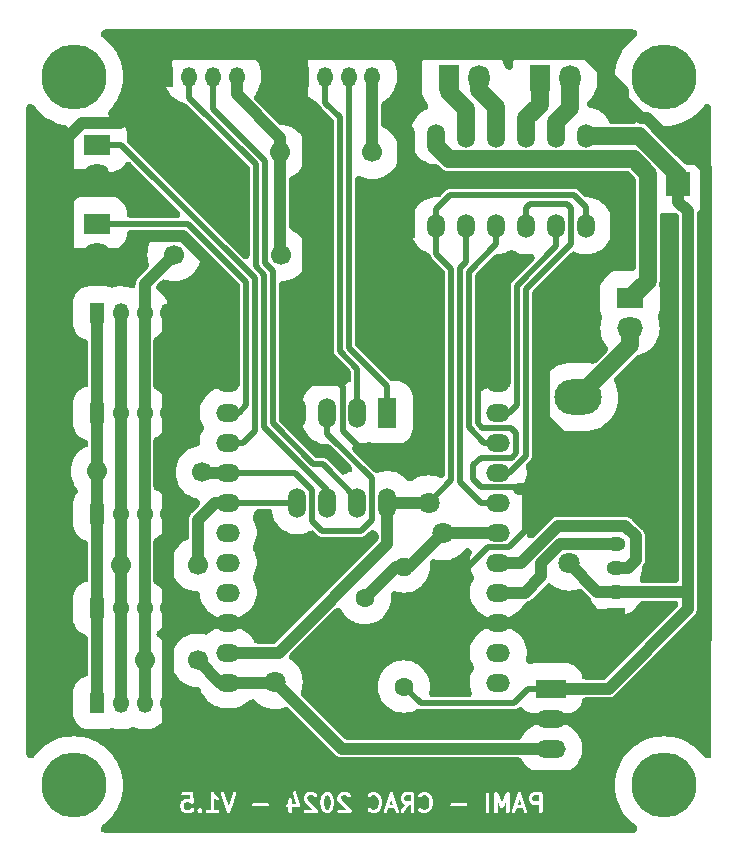
<source format=gbr>
G04 #@! TF.GenerationSoftware,KiCad,Pcbnew,7.0.11-2.fc39*
G04 #@! TF.CreationDate,2024-04-29T12:27:34+02:00*
G04 #@! TF.ProjectId,pami kicad,70616d69-206b-4696-9361-642e6b696361,rev?*
G04 #@! TF.SameCoordinates,Original*
G04 #@! TF.FileFunction,Copper,L2,Bot*
G04 #@! TF.FilePolarity,Positive*
%FSLAX46Y46*%
G04 Gerber Fmt 4.6, Leading zero omitted, Abs format (unit mm)*
G04 Created by KiCad (PCBNEW 7.0.11-2.fc39) date 2024-04-29 12:27:34*
%MOMM*%
%LPD*%
G01*
G04 APERTURE LIST*
%ADD10C,0.300000*%
G04 #@! TA.AperFunction,ComponentPad*
%ADD11R,1.300000X1.700000*%
G04 #@! TD*
G04 #@! TA.AperFunction,ComponentPad*
%ADD12O,1.300000X1.700000*%
G04 #@! TD*
G04 #@! TA.AperFunction,ComponentPad*
%ADD13R,2.000000X2.000000*%
G04 #@! TD*
G04 #@! TA.AperFunction,ComponentPad*
%ADD14C,2.000000*%
G04 #@! TD*
G04 #@! TA.AperFunction,ComponentPad*
%ADD15C,1.600000*%
G04 #@! TD*
G04 #@! TA.AperFunction,ComponentPad*
%ADD16O,1.600000X1.600000*%
G04 #@! TD*
G04 #@! TA.AperFunction,ComponentPad*
%ADD17R,1.600000X1.200000*%
G04 #@! TD*
G04 #@! TA.AperFunction,ComponentPad*
%ADD18O,1.600000X1.200000*%
G04 #@! TD*
G04 #@! TA.AperFunction,ComponentPad*
%ADD19C,1.800000*%
G04 #@! TD*
G04 #@! TA.AperFunction,ComponentPad*
%ADD20R,1.500000X2.000000*%
G04 #@! TD*
G04 #@! TA.AperFunction,ComponentPad*
%ADD21O,1.500000X2.000000*%
G04 #@! TD*
G04 #@! TA.AperFunction,ComponentPad*
%ADD22R,1.500000X2.540000*%
G04 #@! TD*
G04 #@! TA.AperFunction,ComponentPad*
%ADD23O,1.500000X2.540000*%
G04 #@! TD*
G04 #@! TA.AperFunction,ComponentPad*
%ADD24R,1.800000X2.200000*%
G04 #@! TD*
G04 #@! TA.AperFunction,ComponentPad*
%ADD25O,1.800000X2.200000*%
G04 #@! TD*
G04 #@! TA.AperFunction,ComponentPad*
%ADD26C,5.500000*%
G04 #@! TD*
G04 #@! TA.AperFunction,ComponentPad*
%ADD27R,2.500000X1.500000*%
G04 #@! TD*
G04 #@! TA.AperFunction,ComponentPad*
%ADD28O,2.500000X1.500000*%
G04 #@! TD*
G04 #@! TA.AperFunction,ComponentPad*
%ADD29R,2.200000X1.800000*%
G04 #@! TD*
G04 #@! TA.AperFunction,ComponentPad*
%ADD30O,2.200000X1.800000*%
G04 #@! TD*
G04 #@! TA.AperFunction,ComponentPad*
%ADD31O,2.000000X1.524000*%
G04 #@! TD*
G04 #@! TA.AperFunction,ComponentPad*
%ADD32R,4.000000X3.000000*%
G04 #@! TD*
G04 #@! TA.AperFunction,ComponentPad*
%ADD33O,4.000000X3.000000*%
G04 #@! TD*
G04 #@! TA.AperFunction,ViaPad*
%ADD34C,1.700000*%
G04 #@! TD*
G04 #@! TA.AperFunction,Conductor*
%ADD35C,1.500000*%
G04 #@! TD*
G04 #@! TA.AperFunction,Conductor*
%ADD36C,0.500000*%
G04 #@! TD*
G04 #@! TA.AperFunction,Conductor*
%ADD37C,1.000000*%
G04 #@! TD*
G04 APERTURE END LIST*
D10*
G36*
X107599493Y-105895535D02*
G01*
X107636497Y-105932539D01*
X107689676Y-106038898D01*
X107752632Y-106290720D01*
X107752632Y-106610936D01*
X107689676Y-106862757D01*
X107636496Y-106969117D01*
X107599493Y-107006121D01*
X107510080Y-107050828D01*
X107438042Y-107050828D01*
X107348629Y-107006122D01*
X107311625Y-106969118D01*
X107258445Y-106862758D01*
X107195489Y-106610934D01*
X107195489Y-106290721D01*
X107258445Y-106038897D01*
X107311625Y-105932538D01*
X107348629Y-105895534D01*
X107438042Y-105850828D01*
X107510079Y-105850828D01*
X107599493Y-105895535D01*
G37*
G36*
X114538346Y-106336542D02*
G01*
X114152327Y-106336542D01*
X114062913Y-106291835D01*
X114025908Y-106254830D01*
X113981203Y-106165418D01*
X113981203Y-106021951D01*
X114025908Y-105932540D01*
X114062913Y-105895535D01*
X114152327Y-105850828D01*
X114538346Y-105850828D01*
X114538346Y-106336542D01*
G37*
G36*
X125395489Y-106336542D02*
G01*
X125009470Y-106336542D01*
X124920056Y-106291835D01*
X124883051Y-106254830D01*
X124838346Y-106165418D01*
X124838346Y-106021951D01*
X124883051Y-105932540D01*
X124920056Y-105895535D01*
X125009470Y-105850828D01*
X125395489Y-105850828D01*
X125395489Y-106336542D01*
G37*
G36*
X113051661Y-106622257D02*
G01*
X112753602Y-106622257D01*
X112902631Y-106175169D01*
X113051661Y-106622257D01*
G37*
G36*
X123908804Y-106622257D02*
G01*
X123610745Y-106622257D01*
X123759774Y-106175169D01*
X123908804Y-106622257D01*
G37*
G36*
X125909775Y-107565114D02*
G01*
X94824062Y-107565114D01*
X94824062Y-106915114D01*
X95038348Y-106915114D01*
X95047271Y-106948415D01*
X95054184Y-106982196D01*
X95125613Y-107125053D01*
X95141635Y-107143121D01*
X95153711Y-107164037D01*
X95225140Y-107235466D01*
X95246054Y-107247540D01*
X95264124Y-107263564D01*
X95406982Y-107334992D01*
X95440757Y-107341903D01*
X95474063Y-107350828D01*
X95831206Y-107350828D01*
X95864509Y-107341904D01*
X95898288Y-107334992D01*
X96041145Y-107263564D01*
X96059214Y-107247540D01*
X96080130Y-107235465D01*
X96147370Y-107168224D01*
X96472031Y-107168224D01*
X96490856Y-107200828D01*
X96510853Y-107235465D01*
X96510855Y-107235467D01*
X96582284Y-107306895D01*
X96592959Y-107313058D01*
X96599384Y-107316767D01*
X96613349Y-107330732D01*
X96632423Y-107335843D01*
X96649526Y-107345717D01*
X96649527Y-107345717D01*
X96669274Y-107345717D01*
X96688349Y-107350828D01*
X96707424Y-107345717D01*
X96727173Y-107345717D01*
X96744275Y-107335842D01*
X96763349Y-107330732D01*
X96777313Y-107316767D01*
X96783737Y-107313059D01*
X96794415Y-107306894D01*
X96865843Y-107235466D01*
X96885841Y-107200828D01*
X97181205Y-107200828D01*
X97201301Y-107275828D01*
X97256205Y-107330732D01*
X97331205Y-107350828D01*
X97759777Y-107350828D01*
X98188348Y-107350828D01*
X98263348Y-107330732D01*
X98318252Y-107275828D01*
X98338348Y-107200828D01*
X98318252Y-107125828D01*
X98263348Y-107070924D01*
X98188348Y-107050828D01*
X97909777Y-107050828D01*
X97909777Y-106134389D01*
X97939425Y-106164037D01*
X97960340Y-106176112D01*
X97978409Y-106192135D01*
X98121265Y-106263564D01*
X98197335Y-106279131D01*
X98270996Y-106254577D01*
X98322512Y-106196482D01*
X98338079Y-106120413D01*
X98313525Y-106046752D01*
X98255430Y-105995236D01*
X98134345Y-105934693D01*
X98019204Y-105819552D01*
X97920007Y-105670756D01*
X98469964Y-105670756D01*
X98474617Y-105748262D01*
X98974617Y-107248262D01*
X98991215Y-107273402D01*
X99004689Y-107300349D01*
X99012342Y-107305402D01*
X99017398Y-107313059D01*
X99044349Y-107326534D01*
X99069485Y-107343130D01*
X99078640Y-107343679D01*
X99086847Y-107347783D01*
X99116922Y-107345977D01*
X99146991Y-107347783D01*
X99155195Y-107343680D01*
X99164353Y-107343131D01*
X99189497Y-107326529D01*
X99216440Y-107313058D01*
X99221493Y-107305404D01*
X99229150Y-107300349D01*
X99242625Y-107273397D01*
X99259221Y-107248262D01*
X99465509Y-106629400D01*
X101109777Y-106629400D01*
X101129873Y-106704400D01*
X101184777Y-106759304D01*
X101259777Y-106779400D01*
X102402634Y-106779400D01*
X102477634Y-106759304D01*
X102532538Y-106704400D01*
X102533495Y-106700828D01*
X103966919Y-106700828D01*
X103987015Y-106775828D01*
X104041919Y-106830732D01*
X104116919Y-106850828D01*
X104181205Y-106850828D01*
X104181205Y-107200828D01*
X104201301Y-107275828D01*
X104256205Y-107330732D01*
X104331205Y-107350828D01*
X104406205Y-107330732D01*
X104461109Y-107275828D01*
X104481205Y-107200828D01*
X105466918Y-107200828D01*
X105487014Y-107275828D01*
X105541918Y-107330732D01*
X105616918Y-107350828D01*
X106545490Y-107350828D01*
X106564565Y-107345717D01*
X106584313Y-107345717D01*
X106601415Y-107335843D01*
X106620490Y-107330732D01*
X106634454Y-107316767D01*
X106651556Y-107306894D01*
X106661429Y-107289792D01*
X106675394Y-107275828D01*
X106680505Y-107256753D01*
X106690379Y-107239651D01*
X106690379Y-107219902D01*
X106695490Y-107200828D01*
X106690379Y-107181753D01*
X106690379Y-107162005D01*
X106680505Y-107144902D01*
X106675394Y-107125828D01*
X106661429Y-107111863D01*
X106651556Y-107094762D01*
X106186194Y-106629400D01*
X106895489Y-106629400D01*
X106900279Y-106647276D01*
X106899968Y-106665781D01*
X106971397Y-106951494D01*
X106979433Y-106965971D01*
X106982754Y-106982196D01*
X107054183Y-107125053D01*
X107070205Y-107143121D01*
X107082280Y-107164036D01*
X107153708Y-107235465D01*
X107174623Y-107247540D01*
X107192693Y-107263564D01*
X107335551Y-107334992D01*
X107369326Y-107341903D01*
X107402632Y-107350828D01*
X107545489Y-107350828D01*
X107578794Y-107341903D01*
X107612570Y-107334992D01*
X107755429Y-107263564D01*
X107773498Y-107247540D01*
X107794414Y-107235465D01*
X107829051Y-107200828D01*
X108324060Y-107200828D01*
X108344156Y-107275828D01*
X108399060Y-107330732D01*
X108474060Y-107350828D01*
X109402632Y-107350828D01*
X109421707Y-107345717D01*
X109441455Y-107345717D01*
X109458557Y-107335843D01*
X109477632Y-107330732D01*
X109491596Y-107316767D01*
X109508698Y-107306894D01*
X109518571Y-107289792D01*
X109532536Y-107275828D01*
X109537647Y-107256753D01*
X109547521Y-107239651D01*
X109547521Y-107219902D01*
X109552632Y-107200828D01*
X109547521Y-107181753D01*
X109547521Y-107162005D01*
X109537647Y-107144902D01*
X109532536Y-107125828D01*
X109518571Y-107111863D01*
X109509871Y-107096793D01*
X110900600Y-107096793D01*
X110939422Y-107164036D01*
X111010850Y-107235465D01*
X111040707Y-107252703D01*
X111069483Y-107271703D01*
X111283769Y-107343131D01*
X111307877Y-107344578D01*
X111331203Y-107350828D01*
X111474060Y-107350828D01*
X111497385Y-107344578D01*
X111521494Y-107343131D01*
X111735780Y-107271703D01*
X111764555Y-107252703D01*
X111794412Y-107235466D01*
X111798978Y-107230900D01*
X112255676Y-107230900D01*
X112290401Y-107300349D01*
X112355197Y-107343130D01*
X112432703Y-107347783D01*
X112502152Y-107313058D01*
X112544933Y-107248262D01*
X112653602Y-106922257D01*
X113151661Y-106922257D01*
X113260329Y-107248262D01*
X113303110Y-107313059D01*
X113372559Y-107347783D01*
X113450065Y-107343131D01*
X113514862Y-107300349D01*
X113549586Y-107230900D01*
X113544934Y-107153394D01*
X113227411Y-106200828D01*
X113681203Y-106200828D01*
X113690126Y-106234131D01*
X113697039Y-106267910D01*
X113768467Y-106410767D01*
X113784490Y-106428836D01*
X113796565Y-106449751D01*
X113867994Y-106521180D01*
X113888908Y-106533254D01*
X113906978Y-106549278D01*
X114049836Y-106620706D01*
X114053644Y-106621485D01*
X113708318Y-107114809D01*
X113681772Y-107187775D01*
X113695266Y-107264240D01*
X113745184Y-107323713D01*
X113818150Y-107350259D01*
X113894615Y-107336765D01*
X113954088Y-107286847D01*
X114409301Y-106636542D01*
X114538346Y-106636542D01*
X114538346Y-107200828D01*
X114558442Y-107275828D01*
X114613346Y-107330732D01*
X114688346Y-107350828D01*
X114763346Y-107330732D01*
X114818250Y-107275828D01*
X114838346Y-107200828D01*
X114838346Y-107096793D01*
X115186314Y-107096793D01*
X115225136Y-107164036D01*
X115296564Y-107235465D01*
X115326421Y-107252703D01*
X115355197Y-107271703D01*
X115569483Y-107343131D01*
X115593591Y-107344578D01*
X115616917Y-107350828D01*
X115759774Y-107350828D01*
X115783099Y-107344578D01*
X115807208Y-107343131D01*
X116021494Y-107271703D01*
X116050269Y-107252703D01*
X116080126Y-107235466D01*
X116114764Y-107200828D01*
X120895489Y-107200828D01*
X120915585Y-107275828D01*
X120970489Y-107330732D01*
X121045489Y-107350828D01*
X121120489Y-107330732D01*
X121175393Y-107275828D01*
X121195489Y-107200828D01*
X121609775Y-107200828D01*
X121629871Y-107275828D01*
X121684775Y-107330732D01*
X121759775Y-107350828D01*
X121834775Y-107330732D01*
X121889679Y-107275828D01*
X121909775Y-107200828D01*
X121909775Y-106376961D01*
X122123848Y-106835690D01*
X122132355Y-106845822D01*
X122136877Y-106858257D01*
X122156932Y-106875095D01*
X122173775Y-106895156D01*
X122186211Y-106899678D01*
X122196342Y-106908184D01*
X122222126Y-106912738D01*
X122246746Y-106921691D01*
X122259777Y-106919389D01*
X122272804Y-106921690D01*
X122297412Y-106912741D01*
X122323208Y-106908185D01*
X122333342Y-106899675D01*
X122345775Y-106895155D01*
X122362612Y-106875100D01*
X122382673Y-106858258D01*
X122387195Y-106845821D01*
X122395702Y-106835690D01*
X122609775Y-106376962D01*
X122609775Y-107200828D01*
X122629871Y-107275828D01*
X122684775Y-107330732D01*
X122759775Y-107350828D01*
X122834775Y-107330732D01*
X122889679Y-107275828D01*
X122901717Y-107230900D01*
X123112819Y-107230900D01*
X123147544Y-107300349D01*
X123212340Y-107343130D01*
X123289846Y-107347783D01*
X123359295Y-107313058D01*
X123402076Y-107248262D01*
X123510745Y-106922257D01*
X124008804Y-106922257D01*
X124117472Y-107248262D01*
X124160253Y-107313059D01*
X124229702Y-107347783D01*
X124307208Y-107343131D01*
X124372005Y-107300349D01*
X124406729Y-107230900D01*
X124402077Y-107153394D01*
X124084554Y-106200828D01*
X124538346Y-106200828D01*
X124547269Y-106234131D01*
X124554182Y-106267910D01*
X124625610Y-106410767D01*
X124641633Y-106428836D01*
X124653708Y-106449751D01*
X124725137Y-106521180D01*
X124746051Y-106533254D01*
X124764121Y-106549278D01*
X124906979Y-106620706D01*
X124940754Y-106627617D01*
X124974060Y-106636542D01*
X125395489Y-106636542D01*
X125395489Y-107200828D01*
X125415585Y-107275828D01*
X125470489Y-107330732D01*
X125545489Y-107350828D01*
X125620489Y-107330732D01*
X125675393Y-107275828D01*
X125695489Y-107200828D01*
X125695489Y-105700828D01*
X125675393Y-105625828D01*
X125620489Y-105570924D01*
X125545489Y-105550828D01*
X124974060Y-105550828D01*
X124940759Y-105559750D01*
X124906977Y-105566664D01*
X124764121Y-105638093D01*
X124746052Y-105654115D01*
X124725138Y-105666190D01*
X124653709Y-105737618D01*
X124641633Y-105758533D01*
X124625610Y-105776603D01*
X124554182Y-105919460D01*
X124547269Y-105953238D01*
X124538346Y-105986542D01*
X124538346Y-106200828D01*
X124084554Y-106200828D01*
X123902076Y-105653394D01*
X123885480Y-105628258D01*
X123872005Y-105601307D01*
X123864348Y-105596251D01*
X123859295Y-105588598D01*
X123832352Y-105575126D01*
X123807208Y-105558525D01*
X123798050Y-105557975D01*
X123789846Y-105553873D01*
X123759777Y-105555678D01*
X123729702Y-105553873D01*
X123721495Y-105557976D01*
X123712340Y-105558526D01*
X123687204Y-105575121D01*
X123660253Y-105588597D01*
X123655197Y-105596253D01*
X123647544Y-105601307D01*
X123634070Y-105628253D01*
X123617472Y-105653394D01*
X123117472Y-107153394D01*
X123112819Y-107230900D01*
X122901717Y-107230900D01*
X122909775Y-107200828D01*
X122909775Y-105700828D01*
X122908046Y-105694375D01*
X122909208Y-105687798D01*
X122898095Y-105657237D01*
X122889679Y-105625828D01*
X122884955Y-105621104D01*
X122882673Y-105614827D01*
X122857766Y-105593915D01*
X122834775Y-105570924D01*
X122828324Y-105569195D01*
X122823208Y-105564900D01*
X122791177Y-105559242D01*
X122759775Y-105550828D01*
X122753325Y-105552556D01*
X122746746Y-105551394D01*
X122716178Y-105562509D01*
X122684775Y-105570924D01*
X122680052Y-105575646D01*
X122673775Y-105577929D01*
X122652865Y-105602833D01*
X122629871Y-105625828D01*
X122628142Y-105632280D01*
X122623848Y-105637395D01*
X122259775Y-106417551D01*
X121895702Y-105637395D01*
X121891407Y-105632280D01*
X121889679Y-105625828D01*
X121866681Y-105602830D01*
X121845775Y-105577930D01*
X121839498Y-105575647D01*
X121834775Y-105570924D01*
X121803361Y-105562506D01*
X121772804Y-105551395D01*
X121766226Y-105552556D01*
X121759775Y-105550828D01*
X121728361Y-105559245D01*
X121696342Y-105564901D01*
X121691227Y-105569195D01*
X121684775Y-105570924D01*
X121661777Y-105593921D01*
X121636877Y-105614828D01*
X121634594Y-105621104D01*
X121629871Y-105625828D01*
X121621453Y-105657241D01*
X121610342Y-105687799D01*
X121611503Y-105694376D01*
X121609775Y-105700828D01*
X121609775Y-107200828D01*
X121195489Y-107200828D01*
X121195489Y-105700828D01*
X121175393Y-105625828D01*
X121120489Y-105570924D01*
X121045489Y-105550828D01*
X120970489Y-105570924D01*
X120915585Y-105625828D01*
X120895489Y-105700828D01*
X120895489Y-107200828D01*
X116114764Y-107200828D01*
X116222983Y-107092608D01*
X116235058Y-107071693D01*
X116251081Y-107053624D01*
X116322510Y-106910768D01*
X116325830Y-106894541D01*
X116333867Y-106880065D01*
X116396533Y-106629400D01*
X117895489Y-106629400D01*
X117915585Y-106704400D01*
X117970489Y-106759304D01*
X118045489Y-106779400D01*
X119188346Y-106779400D01*
X119263346Y-106759304D01*
X119318250Y-106704400D01*
X119338346Y-106629400D01*
X119318250Y-106554400D01*
X119263346Y-106499496D01*
X119188346Y-106479400D01*
X118045489Y-106479400D01*
X117970489Y-106499496D01*
X117915585Y-106554400D01*
X117895489Y-106629400D01*
X116396533Y-106629400D01*
X116405295Y-106594351D01*
X116404983Y-106575848D01*
X116409774Y-106557971D01*
X116409774Y-106343685D01*
X116404983Y-106325807D01*
X116405295Y-106307305D01*
X116333867Y-106021591D01*
X116325830Y-106007114D01*
X116322510Y-105990888D01*
X116251081Y-105848032D01*
X116235058Y-105829963D01*
X116222983Y-105809048D01*
X116080126Y-105666191D01*
X116050269Y-105648953D01*
X116021494Y-105629954D01*
X115807208Y-105558526D01*
X115783102Y-105557078D01*
X115759774Y-105550828D01*
X115616917Y-105550828D01*
X115593588Y-105557078D01*
X115569482Y-105558526D01*
X115355197Y-105629955D01*
X115326424Y-105648951D01*
X115296565Y-105666191D01*
X115225137Y-105737619D01*
X115186314Y-105804862D01*
X115186314Y-105882508D01*
X115225137Y-105949751D01*
X115292380Y-105988574D01*
X115370026Y-105988574D01*
X115437269Y-105949751D01*
X115483658Y-105903361D01*
X115641260Y-105850828D01*
X115735434Y-105850828D01*
X115893032Y-105903361D01*
X115993639Y-106003968D01*
X116046818Y-106110327D01*
X116109774Y-106362148D01*
X116109774Y-106539507D01*
X116046818Y-106791328D01*
X115993639Y-106897688D01*
X115893033Y-106998294D01*
X115735431Y-107050828D01*
X115641260Y-107050828D01*
X115483657Y-106998294D01*
X115437270Y-106951906D01*
X115370027Y-106913082D01*
X115292381Y-106913082D01*
X115225138Y-106951904D01*
X115186314Y-107019147D01*
X115186314Y-107096793D01*
X114838346Y-107096793D01*
X114838346Y-105700828D01*
X114818250Y-105625828D01*
X114763346Y-105570924D01*
X114688346Y-105550828D01*
X114116917Y-105550828D01*
X114083616Y-105559750D01*
X114049834Y-105566664D01*
X113906978Y-105638093D01*
X113888909Y-105654115D01*
X113867995Y-105666190D01*
X113796566Y-105737618D01*
X113784490Y-105758533D01*
X113768467Y-105776603D01*
X113697039Y-105919460D01*
X113690126Y-105953238D01*
X113681203Y-105986542D01*
X113681203Y-106200828D01*
X113227411Y-106200828D01*
X113044933Y-105653394D01*
X113028337Y-105628258D01*
X113014862Y-105601307D01*
X113007205Y-105596251D01*
X113002152Y-105588598D01*
X112975209Y-105575126D01*
X112950065Y-105558525D01*
X112940907Y-105557975D01*
X112932703Y-105553873D01*
X112902634Y-105555678D01*
X112872559Y-105553873D01*
X112864352Y-105557976D01*
X112855197Y-105558526D01*
X112830061Y-105575121D01*
X112803110Y-105588597D01*
X112798054Y-105596253D01*
X112790401Y-105601307D01*
X112776927Y-105628253D01*
X112760329Y-105653394D01*
X112260329Y-107153394D01*
X112255676Y-107230900D01*
X111798978Y-107230900D01*
X111937269Y-107092608D01*
X111949344Y-107071693D01*
X111965367Y-107053624D01*
X112036796Y-106910768D01*
X112040116Y-106894541D01*
X112048153Y-106880065D01*
X112119581Y-106594351D01*
X112119269Y-106575848D01*
X112124060Y-106557971D01*
X112124060Y-106343685D01*
X112119269Y-106325807D01*
X112119581Y-106307305D01*
X112048153Y-106021591D01*
X112040116Y-106007114D01*
X112036796Y-105990888D01*
X111965367Y-105848032D01*
X111949344Y-105829963D01*
X111937269Y-105809048D01*
X111794412Y-105666191D01*
X111764555Y-105648953D01*
X111735780Y-105629954D01*
X111521494Y-105558526D01*
X111497388Y-105557078D01*
X111474060Y-105550828D01*
X111331203Y-105550828D01*
X111307874Y-105557078D01*
X111283768Y-105558526D01*
X111069483Y-105629955D01*
X111040710Y-105648951D01*
X111010851Y-105666191D01*
X110939423Y-105737619D01*
X110900600Y-105804862D01*
X110900600Y-105882508D01*
X110939423Y-105949751D01*
X111006666Y-105988574D01*
X111084312Y-105988574D01*
X111151555Y-105949751D01*
X111197944Y-105903361D01*
X111355546Y-105850828D01*
X111449720Y-105850828D01*
X111607318Y-105903361D01*
X111707925Y-106003968D01*
X111761104Y-106110327D01*
X111824060Y-106362148D01*
X111824060Y-106539507D01*
X111761104Y-106791328D01*
X111707925Y-106897688D01*
X111607319Y-106998294D01*
X111449717Y-107050828D01*
X111355546Y-107050828D01*
X111197943Y-106998294D01*
X111151556Y-106951906D01*
X111084313Y-106913082D01*
X111006667Y-106913082D01*
X110939424Y-106951904D01*
X110900600Y-107019147D01*
X110900600Y-107096793D01*
X109509871Y-107096793D01*
X109508698Y-107094762D01*
X108676593Y-106262657D01*
X108624060Y-106105058D01*
X108624060Y-106021952D01*
X108668767Y-105932538D01*
X108705771Y-105895535D01*
X108795185Y-105850828D01*
X109081508Y-105850828D01*
X109170921Y-105895535D01*
X109225137Y-105949751D01*
X109292380Y-105988574D01*
X109370026Y-105988574D01*
X109437269Y-105949751D01*
X109476092Y-105882508D01*
X109476092Y-105804862D01*
X109437269Y-105737619D01*
X109365841Y-105666191D01*
X109344925Y-105654115D01*
X109326857Y-105638093D01*
X109184000Y-105566664D01*
X109150219Y-105559751D01*
X109116918Y-105550828D01*
X108759775Y-105550828D01*
X108726474Y-105559750D01*
X108692692Y-105566664D01*
X108549836Y-105638093D01*
X108531767Y-105654115D01*
X108510853Y-105666190D01*
X108439424Y-105737618D01*
X108427347Y-105758534D01*
X108411325Y-105776603D01*
X108339896Y-105919460D01*
X108332983Y-105953240D01*
X108324060Y-105986542D01*
X108324060Y-106129400D01*
X108330310Y-106152728D01*
X108331758Y-106176835D01*
X108403187Y-106391119D01*
X108422178Y-106419882D01*
X108439423Y-106449751D01*
X109040500Y-107050828D01*
X108474060Y-107050828D01*
X108399060Y-107070924D01*
X108344156Y-107125828D01*
X108324060Y-107200828D01*
X107829051Y-107200828D01*
X107865842Y-107164036D01*
X107877916Y-107143121D01*
X107893939Y-107125053D01*
X107965368Y-106982197D01*
X107968688Y-106965970D01*
X107976725Y-106951494D01*
X108048153Y-106665780D01*
X108047841Y-106647277D01*
X108052632Y-106629400D01*
X108052632Y-106272257D01*
X108047841Y-106254379D01*
X108048153Y-106235877D01*
X107976725Y-105950162D01*
X107968688Y-105935685D01*
X107965368Y-105919459D01*
X107893939Y-105776603D01*
X107877916Y-105758534D01*
X107865841Y-105737619D01*
X107794413Y-105666191D01*
X107773498Y-105654116D01*
X107755429Y-105638093D01*
X107612571Y-105566664D01*
X107578790Y-105559751D01*
X107545489Y-105550828D01*
X107402632Y-105550828D01*
X107369331Y-105559750D01*
X107335549Y-105566664D01*
X107192693Y-105638093D01*
X107174624Y-105654115D01*
X107153709Y-105666191D01*
X107082281Y-105737619D01*
X107070205Y-105758534D01*
X107054183Y-105776603D01*
X106982754Y-105919460D01*
X106979433Y-105935684D01*
X106971397Y-105950162D01*
X106899968Y-106235877D01*
X106900279Y-106254380D01*
X106895489Y-106272257D01*
X106895489Y-106629400D01*
X106186194Y-106629400D01*
X105819451Y-106262657D01*
X105766918Y-106105058D01*
X105766918Y-106021952D01*
X105811625Y-105932538D01*
X105848629Y-105895535D01*
X105938043Y-105850828D01*
X106224366Y-105850828D01*
X106313779Y-105895535D01*
X106367995Y-105949751D01*
X106435238Y-105988574D01*
X106512884Y-105988574D01*
X106580127Y-105949751D01*
X106618950Y-105882508D01*
X106618950Y-105804862D01*
X106580127Y-105737619D01*
X106508699Y-105666191D01*
X106487783Y-105654115D01*
X106469715Y-105638093D01*
X106326858Y-105566664D01*
X106293077Y-105559751D01*
X106259776Y-105550828D01*
X105902633Y-105550828D01*
X105869332Y-105559750D01*
X105835550Y-105566664D01*
X105692694Y-105638093D01*
X105674625Y-105654115D01*
X105653711Y-105666190D01*
X105582282Y-105737618D01*
X105570205Y-105758534D01*
X105554183Y-105776603D01*
X105482754Y-105919460D01*
X105475841Y-105953240D01*
X105466918Y-105986542D01*
X105466918Y-106129400D01*
X105473168Y-106152728D01*
X105474616Y-106176835D01*
X105546045Y-106391119D01*
X105565036Y-106419882D01*
X105582281Y-106449751D01*
X106183358Y-107050828D01*
X105616918Y-107050828D01*
X105541918Y-107070924D01*
X105487014Y-107125828D01*
X105466918Y-107200828D01*
X104481205Y-107200828D01*
X104481205Y-106850828D01*
X105045490Y-106850828D01*
X105068820Y-106844576D01*
X105092924Y-106843130D01*
X105105699Y-106834695D01*
X105120490Y-106830732D01*
X105137569Y-106813652D01*
X105157720Y-106800348D01*
X105164566Y-106786655D01*
X105175394Y-106775828D01*
X105181644Y-106752500D01*
X105192445Y-106730900D01*
X105191527Y-106715616D01*
X105195490Y-106700828D01*
X105189239Y-106677499D01*
X105187792Y-106653393D01*
X104830649Y-105581966D01*
X104787868Y-105517169D01*
X104718419Y-105482445D01*
X104640913Y-105487098D01*
X104576116Y-105529879D01*
X104541392Y-105599328D01*
X104546045Y-105676834D01*
X104837376Y-106550828D01*
X104481205Y-106550828D01*
X104481205Y-106200828D01*
X104461109Y-106125828D01*
X104406205Y-106070924D01*
X104331205Y-106050828D01*
X104256205Y-106070924D01*
X104201301Y-106125828D01*
X104181205Y-106200828D01*
X104181205Y-106550828D01*
X104116919Y-106550828D01*
X104041919Y-106570924D01*
X103987015Y-106625828D01*
X103966919Y-106700828D01*
X102533495Y-106700828D01*
X102552634Y-106629400D01*
X102532538Y-106554400D01*
X102477634Y-106499496D01*
X102402634Y-106479400D01*
X101259777Y-106479400D01*
X101184777Y-106499496D01*
X101129873Y-106554400D01*
X101109777Y-106629400D01*
X99465509Y-106629400D01*
X99759222Y-105748262D01*
X99763874Y-105670756D01*
X99729150Y-105601307D01*
X99664353Y-105558525D01*
X99586847Y-105553873D01*
X99517398Y-105588597D01*
X99474617Y-105653394D01*
X99116919Y-106726486D01*
X98759221Y-105653394D01*
X98716440Y-105588598D01*
X98646991Y-105553873D01*
X98569485Y-105558526D01*
X98504689Y-105601307D01*
X98469964Y-105670756D01*
X97920007Y-105670756D01*
X97884585Y-105617623D01*
X97858930Y-105595077D01*
X97834777Y-105570924D01*
X97829985Y-105569640D01*
X97826261Y-105566367D01*
X97792773Y-105559669D01*
X97759777Y-105550828D01*
X97754986Y-105552111D01*
X97750123Y-105551139D01*
X97717767Y-105562084D01*
X97684777Y-105570924D01*
X97681270Y-105574430D01*
X97676572Y-105576020D01*
X97654026Y-105601674D01*
X97629873Y-105625828D01*
X97628589Y-105630619D01*
X97625316Y-105634344D01*
X97618618Y-105667831D01*
X97609777Y-105700828D01*
X97609777Y-107050828D01*
X97331205Y-107050828D01*
X97256205Y-107070924D01*
X97201301Y-107125828D01*
X97181205Y-107200828D01*
X96885841Y-107200828D01*
X96904666Y-107168224D01*
X96904666Y-107090578D01*
X96904666Y-107090577D01*
X96865843Y-107023334D01*
X96794416Y-106951906D01*
X96794415Y-106951905D01*
X96777313Y-106942031D01*
X96763349Y-106928067D01*
X96744275Y-106922956D01*
X96727173Y-106913082D01*
X96727172Y-106913082D01*
X96707424Y-106913082D01*
X96688349Y-106907971D01*
X96669274Y-106913082D01*
X96649526Y-106913082D01*
X96632423Y-106922955D01*
X96613349Y-106928067D01*
X96599385Y-106942030D01*
X96582284Y-106951904D01*
X96582283Y-106951904D01*
X96582283Y-106951905D01*
X96510854Y-107023334D01*
X96472031Y-107090577D01*
X96472031Y-107090578D01*
X96472031Y-107168224D01*
X96147370Y-107168224D01*
X96151558Y-107164036D01*
X96190380Y-107096793D01*
X96190380Y-107019147D01*
X96151556Y-106951904D01*
X96084313Y-106913082D01*
X96006667Y-106913082D01*
X95939424Y-106951906D01*
X95885207Y-107006122D01*
X95795796Y-107050828D01*
X95509473Y-107050828D01*
X95420059Y-107006121D01*
X95383055Y-106969117D01*
X95338348Y-106879703D01*
X95338348Y-106593381D01*
X95383055Y-106503967D01*
X95420059Y-106466963D01*
X95509473Y-106422257D01*
X95795796Y-106422257D01*
X95885207Y-106466962D01*
X95939424Y-106521179D01*
X95962851Y-106534705D01*
X95983789Y-106551836D01*
X95995973Y-106553828D01*
X96006667Y-106560003D01*
X96033722Y-106560003D01*
X96060416Y-106564369D01*
X96071964Y-106560003D01*
X96084313Y-106560003D01*
X96107742Y-106546476D01*
X96133045Y-106536910D01*
X96140863Y-106527354D01*
X96151556Y-106521181D01*
X96165083Y-106497751D01*
X96182213Y-106476815D01*
X96184205Y-106464631D01*
X96190380Y-106453938D01*
X96190380Y-106426885D01*
X96194747Y-106400188D01*
X96123319Y-105685903D01*
X96112143Y-105656344D01*
X96103967Y-105625828D01*
X96098563Y-105620424D01*
X96095860Y-105613274D01*
X96071402Y-105593263D01*
X96049063Y-105570924D01*
X96041680Y-105568945D01*
X96035765Y-105564106D01*
X96004580Y-105559005D01*
X95974063Y-105550828D01*
X95259777Y-105550828D01*
X95184777Y-105570924D01*
X95129873Y-105625828D01*
X95109777Y-105700828D01*
X95129873Y-105775828D01*
X95184777Y-105830732D01*
X95259777Y-105850828D01*
X95838314Y-105850828D01*
X95866387Y-106131564D01*
X95864509Y-106131180D01*
X95831206Y-106122257D01*
X95474063Y-106122257D01*
X95440757Y-106131181D01*
X95406982Y-106138093D01*
X95264124Y-106209521D01*
X95246054Y-106225544D01*
X95225140Y-106237619D01*
X95153711Y-106309048D01*
X95141635Y-106329963D01*
X95125613Y-106348032D01*
X95054184Y-106490889D01*
X95047271Y-106524669D01*
X95038348Y-106557971D01*
X95038348Y-106915114D01*
X94824062Y-106915114D01*
X94824062Y-105268159D01*
X125909775Y-105268159D01*
X125909775Y-107565114D01*
G37*
D11*
X88000000Y-90000000D03*
D12*
X90000000Y-90000000D03*
X92000000Y-90000000D03*
X94000000Y-90000000D03*
D11*
X88000000Y-73485000D03*
D12*
X90000000Y-73485000D03*
X92000000Y-73485000D03*
X94000000Y-73485000D03*
D11*
X88000000Y-98000000D03*
D12*
X90000000Y-98000000D03*
X92000000Y-98000000D03*
X94000000Y-98000000D03*
D13*
X137170000Y-54100000D03*
D14*
X132170000Y-54100000D03*
D15*
X110650000Y-89150000D03*
D16*
X110650000Y-99310000D03*
D17*
X131900000Y-90600000D03*
D18*
X131900000Y-88600000D03*
X131900000Y-86600000D03*
X131900000Y-84600000D03*
D19*
X127900000Y-91200000D03*
X127900000Y-86200000D03*
D11*
X88000000Y-82000000D03*
D12*
X90000000Y-82000000D03*
X92000000Y-82000000D03*
X94000000Y-82000000D03*
D20*
X114160000Y-57625000D03*
D21*
X116700000Y-57625000D03*
X119240000Y-57625000D03*
X121780000Y-57625000D03*
X124320000Y-57625000D03*
X126860000Y-57625000D03*
X129400000Y-57625000D03*
X129400000Y-50005000D03*
X126860000Y-50005000D03*
X124320000Y-50005000D03*
X121780000Y-50005000D03*
X119240000Y-50005000D03*
X116700000Y-50005000D03*
X114160000Y-50005000D03*
D19*
X103075000Y-96250000D03*
X103075000Y-91250000D03*
D22*
X112560000Y-73440000D03*
D23*
X110020000Y-73440000D03*
X107480000Y-73440000D03*
X104940000Y-73440000D03*
X104940000Y-81060000D03*
X107480000Y-81060000D03*
X110020000Y-81060000D03*
X112560000Y-81060000D03*
D24*
X125500000Y-45100000D03*
D25*
X128040000Y-45100000D03*
D26*
X86000000Y-45000000D03*
D19*
X117250000Y-83650000D03*
X117250000Y-88650000D03*
D26*
X136000000Y-105000000D03*
D19*
X116050000Y-76050000D03*
X116050000Y-81050000D03*
D11*
X88000000Y-65000000D03*
D12*
X90000000Y-65000000D03*
X92000000Y-65000000D03*
X94000000Y-65000000D03*
D27*
X126400000Y-96800000D03*
D28*
X126400000Y-99340000D03*
X126400000Y-101880000D03*
D29*
X88000000Y-57460000D03*
D30*
X88000000Y-60000000D03*
D31*
X99095000Y-70895000D03*
X99095000Y-73435000D03*
X99095000Y-75975000D03*
X99095000Y-78515000D03*
X99095000Y-81055000D03*
X99095000Y-83595000D03*
X99095000Y-86135000D03*
X99095000Y-88675000D03*
X99095000Y-91215000D03*
X99095000Y-93755000D03*
X99095000Y-96295000D03*
X121955000Y-96295000D03*
X121955000Y-93755000D03*
X121955000Y-91215000D03*
X121955000Y-88675000D03*
X121955000Y-86135000D03*
X121955000Y-83595000D03*
X121955000Y-81055000D03*
X121955000Y-78515000D03*
X121955000Y-75975000D03*
X121955000Y-73435000D03*
X121955000Y-70895000D03*
D26*
X86000000Y-105000000D03*
D32*
X128700000Y-77200000D03*
D33*
X128700000Y-72120000D03*
D11*
X93800000Y-45000000D03*
D12*
X95800000Y-45000000D03*
X97800000Y-45000000D03*
X99800000Y-45000000D03*
D29*
X88000000Y-50757500D03*
D30*
X88000000Y-53297500D03*
D26*
X136000000Y-45000000D03*
D29*
X133100000Y-63760000D03*
D30*
X133100000Y-66300000D03*
D11*
X105300000Y-45000000D03*
D12*
X107300000Y-45000000D03*
X109300000Y-45000000D03*
X111300000Y-45000000D03*
D15*
X113950000Y-96630000D03*
D16*
X113950000Y-86470000D03*
D24*
X117800000Y-45100000D03*
D25*
X120340000Y-45100000D03*
D34*
X111300000Y-51400000D03*
X94500000Y-60060000D03*
X103550000Y-60060000D03*
X103500000Y-51350000D03*
X96500000Y-94400000D03*
X92000000Y-94400000D03*
X96900000Y-78500000D03*
X88000000Y-78400000D03*
X90000000Y-86300000D03*
X96500000Y-86300000D03*
D35*
X133100000Y-66300000D02*
X133100000Y-67720000D01*
X133100000Y-67720000D02*
X128700000Y-72120000D01*
X132170000Y-54100000D02*
X132170000Y-59880000D01*
X125550000Y-66500000D02*
X125550000Y-74050000D01*
X132170000Y-59880000D02*
X125550000Y-66500000D01*
X125550000Y-74050000D02*
X128700000Y-77200000D01*
D36*
X121955000Y-78515000D02*
X122885000Y-78515000D01*
X124300000Y-62985660D02*
X128110000Y-59175660D01*
X122885000Y-78515000D02*
X124300000Y-77100000D01*
X124300000Y-77100000D02*
X124300000Y-62985660D01*
X128110000Y-59175660D02*
X128110000Y-56135000D01*
X128110000Y-56135000D02*
X127730000Y-55755000D01*
X127730000Y-55755000D02*
X124670000Y-55755000D01*
X124670000Y-55755000D02*
X124320000Y-56105000D01*
X124320000Y-56105000D02*
X124320000Y-57625000D01*
X120477000Y-79777000D02*
X123627000Y-79777000D01*
X123455000Y-75155000D02*
X123455000Y-76884340D01*
X119800000Y-79100000D02*
X120477000Y-79777000D01*
X119800000Y-77900000D02*
X119800000Y-79100000D01*
X123086340Y-77253000D02*
X120447000Y-77253000D01*
X120447000Y-77253000D02*
X119800000Y-77900000D01*
X123455000Y-76884340D02*
X123086340Y-77253000D01*
X121955000Y-70895000D02*
X120805000Y-70895000D01*
X122843000Y-84857000D02*
X121043000Y-84857000D01*
X123013000Y-74713000D02*
X123455000Y-75155000D01*
X120200000Y-74300000D02*
X120613000Y-74713000D01*
X120613000Y-74713000D02*
X123013000Y-74713000D01*
X124200000Y-83500000D02*
X122843000Y-84857000D01*
X120200000Y-71500000D02*
X120200000Y-74300000D01*
X120805000Y-70895000D02*
X120200000Y-71500000D01*
X123627000Y-79777000D02*
X124200000Y-80350000D01*
X124200000Y-80350000D02*
X124200000Y-83500000D01*
X121043000Y-84857000D02*
X117250000Y-88650000D01*
X121955000Y-73435000D02*
X122865000Y-73435000D01*
X122865000Y-73435000D02*
X123500000Y-72800000D01*
X123500000Y-72800000D02*
X123500000Y-62725000D01*
X123500000Y-62725000D02*
X126860000Y-59365000D01*
X126860000Y-59365000D02*
X126860000Y-57625000D01*
D37*
X98395000Y-96295000D02*
X96500000Y-94400000D01*
X103500000Y-51350000D02*
X103500000Y-50200000D01*
X99095000Y-96295000D02*
X98395000Y-96295000D01*
X108705000Y-101880000D02*
X103075000Y-96250000D01*
X126400000Y-101880000D02*
X108705000Y-101880000D01*
X103500000Y-51350000D02*
X103500000Y-60010000D01*
X92000000Y-65000000D02*
X92000000Y-94400000D01*
X103500000Y-50200000D02*
X99800000Y-46500000D01*
X92000000Y-62560000D02*
X94500000Y-60060000D01*
X103500000Y-60010000D02*
X103550000Y-60060000D01*
X103030000Y-96295000D02*
X103075000Y-96250000D01*
X111300000Y-51400000D02*
X111300000Y-45000000D01*
X92000000Y-65000000D02*
X92000000Y-62560000D01*
X92000000Y-94400000D02*
X92000000Y-98000000D01*
X99095000Y-96295000D02*
X103030000Y-96295000D01*
X99800000Y-46500000D02*
X99800000Y-45000000D01*
X85500000Y-59600000D02*
X85900000Y-60000000D01*
X90000000Y-60000000D02*
X91540000Y-58460000D01*
X139500000Y-92600000D02*
X132760000Y-99340000D01*
D36*
X104940000Y-62960000D02*
X104940000Y-73440000D01*
D37*
X85500000Y-50100000D02*
X85500000Y-53500000D01*
D36*
X105600000Y-45300000D02*
X105600000Y-62300000D01*
D37*
X85500000Y-53500000D02*
X85500000Y-59600000D01*
X132760000Y-100940000D02*
X129500000Y-104200000D01*
X110680000Y-99340000D02*
X110650000Y-99310000D01*
X114160000Y-44060000D02*
X113200000Y-43100000D01*
D36*
X110050000Y-76250000D02*
X115850000Y-76250000D01*
D37*
X132500000Y-47000000D02*
X134000000Y-48500000D01*
X110650000Y-96150000D02*
X110650000Y-99310000D01*
D36*
X108400000Y-70900000D02*
X108770000Y-71270000D01*
D37*
X132760000Y-99340000D02*
X132760000Y-100940000D01*
X132760000Y-99340000D02*
X126400000Y-99340000D01*
X131900000Y-90600000D02*
X128500000Y-90600000D01*
X89900000Y-48900000D02*
X86700000Y-48900000D01*
X125300000Y-79900000D02*
X123699999Y-79900000D01*
X114160000Y-57625000D02*
X114160000Y-68160000D01*
D35*
X131825000Y-53755000D02*
X114215000Y-53755000D01*
D37*
X105300000Y-45000000D02*
X105300000Y-43100000D01*
D35*
X114160000Y-54725000D02*
X114160000Y-53700000D01*
D37*
X113200000Y-43100000D02*
X129421320Y-43100000D01*
X129421320Y-43100000D02*
X132500000Y-46178680D01*
D36*
X105600000Y-62300000D02*
X104940000Y-62960000D01*
D37*
X114160000Y-50005000D02*
X114160000Y-44060000D01*
X85702500Y-53297500D02*
X85500000Y-53500000D01*
X93800000Y-45000000D02*
X89900000Y-48900000D01*
D35*
X132170000Y-54100000D02*
X131825000Y-53755000D01*
D37*
X99095000Y-62295000D02*
X99095000Y-70895000D01*
X85900000Y-60000000D02*
X88000000Y-60000000D01*
X128000000Y-77200000D02*
X125300000Y-79900000D01*
X117250000Y-88650000D02*
X110650000Y-95250000D01*
X110650000Y-95250000D02*
X110650000Y-96150000D01*
X121955000Y-91215000D02*
X119815000Y-91215000D01*
X103040000Y-91215000D02*
X103075000Y-91250000D01*
X139500000Y-52700000D02*
X139500000Y-92600000D01*
X86700000Y-48900000D02*
X85500000Y-50100000D01*
X119815000Y-91215000D02*
X117250000Y-88650000D01*
X126400000Y-99340000D02*
X110680000Y-99340000D01*
D36*
X115850000Y-76250000D02*
X116050000Y-76050000D01*
X104940000Y-70900000D02*
X108400000Y-70900000D01*
D37*
X94095000Y-70895000D02*
X94000000Y-70800000D01*
X128500000Y-90600000D02*
X127900000Y-91200000D01*
X124285000Y-91215000D02*
X124300000Y-91200000D01*
X99095000Y-70895000D02*
X94095000Y-70895000D01*
X138000000Y-52000000D02*
X138800000Y-52000000D01*
D35*
X114160000Y-57625000D02*
X114160000Y-54725000D01*
X114215000Y-53755000D02*
X114160000Y-53700000D01*
D37*
X114160000Y-68160000D02*
X116050000Y-70050000D01*
X94000000Y-100800000D02*
X94000000Y-98000000D01*
X94185000Y-91215000D02*
X94000000Y-91400000D01*
X138800000Y-52000000D02*
X139500000Y-52700000D01*
X88000000Y-60000000D02*
X90000000Y-60000000D01*
X99095000Y-91215000D02*
X94185000Y-91215000D01*
X93800000Y-43500000D02*
X93800000Y-45000000D01*
X91540000Y-58460000D02*
X95260000Y-58460000D01*
X94200000Y-43100000D02*
X93800000Y-43500000D01*
D36*
X108770000Y-71270000D02*
X108770000Y-74970000D01*
D37*
X132500000Y-46178680D02*
X132500000Y-47000000D01*
X99095000Y-91215000D02*
X103040000Y-91215000D01*
D36*
X108770000Y-74970000D02*
X110050000Y-76250000D01*
D37*
X94000000Y-70800000D02*
X94000000Y-91400000D01*
X134000000Y-48500000D02*
X134500000Y-48500000D01*
X95260000Y-58460000D02*
X99095000Y-62295000D01*
X124300000Y-91200000D02*
X127900000Y-91200000D01*
X113200000Y-43100000D02*
X105300000Y-43100000D01*
X105300000Y-43100000D02*
X94200000Y-43100000D01*
X94000000Y-91400000D02*
X94000000Y-98000000D01*
X134500000Y-48500000D02*
X138000000Y-52000000D01*
X116050000Y-70050000D02*
X116050000Y-76050000D01*
X94000000Y-65000000D02*
X94000000Y-70800000D01*
D35*
X114160000Y-53700000D02*
X114160000Y-52425000D01*
D37*
X88000000Y-53297500D02*
X85702500Y-53297500D01*
D36*
X105300000Y-45000000D02*
X105600000Y-45300000D01*
D37*
X129500000Y-104200000D02*
X97400000Y-104200000D01*
X97400000Y-104200000D02*
X94000000Y-100800000D01*
D35*
X114160000Y-52425000D02*
X114160000Y-50005000D01*
D37*
X121955000Y-91215000D02*
X124285000Y-91215000D01*
D35*
X125500000Y-47356573D02*
X125500000Y-45100000D01*
X124320000Y-48536573D02*
X125500000Y-47356573D01*
X124320000Y-50005000D02*
X124320000Y-48536573D01*
X126860000Y-50005000D02*
X126860000Y-48825000D01*
X128000000Y-45140000D02*
X128040000Y-45100000D01*
X126860000Y-48825000D02*
X128000000Y-47685000D01*
X128000000Y-47685000D02*
X128000000Y-45140000D01*
D36*
X101400000Y-52400000D02*
X95800000Y-46800000D01*
X102095000Y-74645000D02*
X102095000Y-61759466D01*
X102095000Y-61759466D02*
X101400000Y-61064466D01*
X95800000Y-46800000D02*
X95800000Y-45000000D01*
X107480000Y-80030000D02*
X102095000Y-74645000D01*
X107480000Y-81060000D02*
X107480000Y-80030000D01*
X101400000Y-61064466D02*
X101400000Y-52400000D01*
X107075000Y-77775000D02*
X106285660Y-77775000D01*
X97800000Y-47700000D02*
X97800000Y-45000000D01*
X110020000Y-80720000D02*
X107075000Y-77775000D01*
X102845000Y-61448806D02*
X102200000Y-60803806D01*
X102845000Y-74334340D02*
X102845000Y-61448806D01*
X102200000Y-52100000D02*
X97800000Y-47700000D01*
X106285660Y-77775000D02*
X102845000Y-74334340D01*
X110020000Y-81060000D02*
X110020000Y-80720000D01*
X102200000Y-60803806D02*
X102200000Y-52100000D01*
D35*
X117800000Y-46325000D02*
X117800000Y-45100000D01*
X119240000Y-50005000D02*
X119240000Y-47765000D01*
X119240000Y-47765000D02*
X117800000Y-46325000D01*
X121780000Y-47605000D02*
X120340000Y-46165000D01*
X121780000Y-50005000D02*
X121780000Y-47605000D01*
X120340000Y-46165000D02*
X120340000Y-45100000D01*
D36*
X108550000Y-68250000D02*
X110020000Y-69720000D01*
X107300000Y-47200000D02*
X108550000Y-48450000D01*
X108550000Y-48450000D02*
X108550000Y-68250000D01*
X107300000Y-45000000D02*
X107300000Y-47200000D01*
X110020000Y-69720000D02*
X110020000Y-73440000D01*
X112560000Y-71199340D02*
X112560000Y-73440000D01*
X109300000Y-67939340D02*
X112560000Y-71199340D01*
X109300000Y-45000000D02*
X109300000Y-67939340D01*
D37*
X117250000Y-83650000D02*
X121900000Y-83650000D01*
X110650000Y-89150000D02*
X113330000Y-86470000D01*
X113330000Y-86470000D02*
X113950000Y-86470000D01*
X114430000Y-86470000D02*
X117250000Y-83650000D01*
X113950000Y-86470000D02*
X114430000Y-86470000D01*
X121900000Y-83650000D02*
X121955000Y-83595000D01*
D36*
X120455000Y-81055000D02*
X121955000Y-81055000D01*
X119240000Y-60685000D02*
X118700000Y-61225000D01*
X119240000Y-57625000D02*
X119240000Y-60685000D01*
X118700000Y-61225000D02*
X118700000Y-79300000D01*
X118700000Y-79300000D02*
X120455000Y-81055000D01*
X121955000Y-75975000D02*
X120765000Y-75975000D01*
X119450000Y-65310660D02*
X119450000Y-61535660D01*
X119450000Y-74660000D02*
X119450000Y-65310660D01*
X119450000Y-61535660D02*
X121780000Y-59205660D01*
X121780000Y-59205660D02*
X121780000Y-57625000D01*
X120765000Y-75975000D02*
X119450000Y-74660000D01*
D37*
X88000000Y-78400000D02*
X88000000Y-98000000D01*
D36*
X107050000Y-83450000D02*
X106190000Y-82590000D01*
X111270000Y-79000000D02*
X111270000Y-82530000D01*
X107480000Y-73440000D02*
X107480000Y-75210000D01*
X110350000Y-83450000D02*
X107050000Y-83450000D01*
X106190000Y-79990000D02*
X104715000Y-78515000D01*
X107480000Y-75210000D02*
X111270000Y-79000000D01*
D37*
X96915000Y-78515000D02*
X96900000Y-78500000D01*
X88000000Y-65000000D02*
X88000000Y-78400000D01*
D36*
X104715000Y-78515000D02*
X99095000Y-78515000D01*
X111270000Y-82530000D02*
X110350000Y-83450000D01*
D37*
X99095000Y-78515000D02*
X96915000Y-78515000D01*
D36*
X106190000Y-82590000D02*
X106190000Y-79990000D01*
D37*
X90000000Y-65000000D02*
X90000000Y-86300000D01*
D36*
X104940000Y-81060000D02*
X99100000Y-81060000D01*
D37*
X96500000Y-82500000D02*
X96500000Y-86300000D01*
X90000000Y-86300000D02*
X90000000Y-98000000D01*
X97945000Y-81055000D02*
X96500000Y-82500000D01*
X99095000Y-81055000D02*
X97945000Y-81055000D01*
D36*
X99100000Y-81060000D02*
X99095000Y-81055000D01*
D37*
X116050000Y-81050000D02*
X112570000Y-81050000D01*
X112560000Y-84540000D02*
X112560000Y-81060000D01*
D36*
X117950000Y-63600000D02*
X117950000Y-61250000D01*
X116700000Y-60000000D02*
X116700000Y-57625000D01*
D37*
X103345000Y-93755000D02*
X112560000Y-84540000D01*
D36*
X117950000Y-79150000D02*
X116050000Y-81050000D01*
X117895000Y-55005000D02*
X121500000Y-55005000D01*
X116700000Y-56200000D02*
X117895000Y-55005000D01*
X117950000Y-63600000D02*
X117950000Y-79150000D01*
X128380000Y-55005000D02*
X121500000Y-55005000D01*
X129400000Y-56025000D02*
X128380000Y-55005000D01*
X129400000Y-57625000D02*
X129400000Y-56025000D01*
D37*
X99095000Y-93755000D02*
X103345000Y-93755000D01*
D36*
X116700000Y-57625000D02*
X116700000Y-56200000D01*
D37*
X112570000Y-81050000D02*
X112560000Y-81060000D01*
D36*
X117950000Y-61250000D02*
X116700000Y-60000000D01*
X95674214Y-57460000D02*
X100595000Y-62380786D01*
X88000000Y-57460000D02*
X95674214Y-57460000D01*
X99965000Y-73435000D02*
X99095000Y-73435000D01*
X100595000Y-72805000D02*
X99965000Y-73435000D01*
X100595000Y-62380786D02*
X100595000Y-72805000D01*
D37*
X132700000Y-83000000D02*
X133600000Y-83900000D01*
X121955000Y-86135000D02*
X123863781Y-86135000D01*
X133600000Y-85900000D02*
X132900000Y-86600000D01*
X123863781Y-86135000D02*
X126998781Y-83000000D01*
X133600000Y-83900000D02*
X133600000Y-85900000D01*
X132900000Y-86600000D02*
X131900000Y-86600000D01*
X126998781Y-83000000D02*
X132700000Y-83000000D01*
X131900000Y-84600000D02*
X131850000Y-84550000D01*
X125600000Y-87300000D02*
X124225000Y-88675000D01*
X124225000Y-88675000D02*
X121955000Y-88675000D01*
X125600000Y-86166547D02*
X125600000Y-87300000D01*
X131850000Y-84550000D02*
X127216547Y-84550000D01*
X127216547Y-84550000D02*
X125600000Y-86166547D01*
D36*
X100325000Y-75975000D02*
X101345000Y-74955000D01*
X101345000Y-62070126D02*
X90032374Y-50757500D01*
X101345000Y-74955000D02*
X101345000Y-62070126D01*
X99095000Y-75975000D02*
X100325000Y-75975000D01*
X90032374Y-50757500D02*
X88000000Y-50757500D01*
X124500000Y-96800000D02*
X123240990Y-98059010D01*
D37*
X126400000Y-96800000D02*
X131300000Y-96800000D01*
D36*
X123240990Y-98059010D02*
X115379010Y-98059010D01*
D37*
X131300000Y-96800000D02*
X138000000Y-90100000D01*
X130300000Y-88600000D02*
X127900000Y-86200000D01*
X137170000Y-55570000D02*
X137170000Y-54100000D01*
X138000000Y-56400000D02*
X137170000Y-55570000D01*
D35*
X137170000Y-53295126D02*
X137170000Y-54100000D01*
D37*
X138000000Y-90100000D02*
X138000000Y-56400000D01*
D36*
X126400000Y-96800000D02*
X124500000Y-96800000D01*
D35*
X133879874Y-50005000D02*
X137170000Y-53295126D01*
D37*
X131900000Y-88600000D02*
X130300000Y-88600000D01*
D35*
X129400000Y-50005000D02*
X133879874Y-50005000D01*
D37*
X137900000Y-88600000D02*
X131900000Y-88600000D01*
D36*
X115379010Y-98059010D02*
X113950000Y-96630000D01*
D35*
X134600000Y-53200000D02*
X134600000Y-62260000D01*
X133405000Y-52005000D02*
X134600000Y-53200000D01*
X116700000Y-50005000D02*
X116700000Y-50900000D01*
X117805000Y-52005000D02*
X133405000Y-52005000D01*
X134600000Y-62260000D02*
X133100000Y-63760000D01*
X116700000Y-50900000D02*
X117805000Y-52005000D01*
G04 #@! TA.AperFunction,Conductor*
G36*
X82489692Y-47311572D02*
G01*
X82585871Y-47374409D01*
X82629819Y-47423278D01*
X82787743Y-47636214D01*
X82787760Y-47636235D01*
X83061613Y-47938386D01*
X83363764Y-48212239D01*
X83363785Y-48212256D01*
X83691315Y-48455169D01*
X83691328Y-48455178D01*
X84041102Y-48664824D01*
X84041109Y-48664828D01*
X84409757Y-48839186D01*
X84409763Y-48839188D01*
X84409770Y-48839191D01*
X84540141Y-48885838D01*
X84793721Y-48976570D01*
X85189301Y-49075658D01*
X85251940Y-49084949D01*
X85361254Y-49120281D01*
X85453177Y-49189195D01*
X85517743Y-49284222D01*
X85547956Y-49395066D01*
X85543377Y-49496439D01*
X85502345Y-49708601D01*
X85499500Y-49762162D01*
X85499500Y-51752838D01*
X85502345Y-51806399D01*
X85522472Y-51910467D01*
X85547613Y-52040464D01*
X85631782Y-52263497D01*
X85631788Y-52263510D01*
X85752443Y-52469119D01*
X85906115Y-52651383D01*
X85906116Y-52651384D01*
X86088380Y-52805056D01*
X86186141Y-52862424D01*
X86293992Y-52925713D01*
X86293999Y-52925715D01*
X86294002Y-52925717D01*
X86512822Y-53008296D01*
X86517038Y-53009887D01*
X86751101Y-53055155D01*
X86804662Y-53058000D01*
X86804673Y-53058000D01*
X89195327Y-53058000D01*
X89195338Y-53058000D01*
X89248899Y-53055155D01*
X89482962Y-53009887D01*
X89706008Y-52925713D01*
X89911621Y-52805055D01*
X90093884Y-52651384D01*
X90247555Y-52469121D01*
X90310682Y-52361545D01*
X90384339Y-52273385D01*
X90482636Y-52213915D01*
X90594917Y-52189584D01*
X90709015Y-52203029D01*
X90812565Y-52252792D01*
X90858461Y-52291401D01*
X94930780Y-56363720D01*
X94997538Y-56457220D01*
X95030320Y-56567331D01*
X95025572Y-56682120D01*
X94983810Y-56789148D01*
X94909558Y-56876816D01*
X94810864Y-56935625D01*
X94698422Y-56959202D01*
X94684000Y-56959500D01*
X90849500Y-56959500D01*
X90736180Y-56940590D01*
X90635140Y-56885910D01*
X90557329Y-56801385D01*
X90511179Y-56696174D01*
X90500500Y-56610500D01*
X90500500Y-56464673D01*
X90500500Y-56464662D01*
X90497655Y-56411101D01*
X90452387Y-56177038D01*
X90421006Y-56093883D01*
X90368217Y-55954002D01*
X90368215Y-55953999D01*
X90368213Y-55953992D01*
X90259669Y-55769022D01*
X90247556Y-55748380D01*
X90093884Y-55566116D01*
X90093883Y-55566115D01*
X89911619Y-55412443D01*
X89706010Y-55291788D01*
X89705997Y-55291782D01*
X89482964Y-55207613D01*
X89386918Y-55189038D01*
X89248899Y-55162345D01*
X89195338Y-55159500D01*
X86804662Y-55159500D01*
X86751101Y-55162345D01*
X86657475Y-55180452D01*
X86517035Y-55207613D01*
X86294002Y-55291782D01*
X86293989Y-55291788D01*
X86088380Y-55412443D01*
X85906116Y-55566115D01*
X85906115Y-55566116D01*
X85752443Y-55748380D01*
X85631788Y-55953989D01*
X85631782Y-55954002D01*
X85547613Y-56177035D01*
X85532530Y-56255024D01*
X85502345Y-56411101D01*
X85499500Y-56464662D01*
X85499500Y-58455338D01*
X85502345Y-58508899D01*
X85508285Y-58539612D01*
X85547613Y-58742964D01*
X85631782Y-58965997D01*
X85631788Y-58966010D01*
X85752443Y-59171619D01*
X85906115Y-59353883D01*
X85906116Y-59353884D01*
X86088380Y-59507556D01*
X86218533Y-59583932D01*
X86293992Y-59628213D01*
X86293999Y-59628215D01*
X86294002Y-59628217D01*
X86419731Y-59675665D01*
X86517038Y-59712387D01*
X86751101Y-59757655D01*
X86804662Y-59760500D01*
X86804673Y-59760500D01*
X89195327Y-59760500D01*
X89195338Y-59760500D01*
X89248899Y-59757655D01*
X89482962Y-59712387D01*
X89706008Y-59628213D01*
X89911621Y-59507555D01*
X90093884Y-59353884D01*
X90247555Y-59171621D01*
X90368213Y-58966008D01*
X90452387Y-58742962D01*
X90497655Y-58508899D01*
X90500500Y-58455338D01*
X90500500Y-58309500D01*
X90519410Y-58196180D01*
X90574090Y-58095140D01*
X90658615Y-58017329D01*
X90763826Y-57971179D01*
X90849500Y-57960500D01*
X92577629Y-57960500D01*
X92690949Y-57979410D01*
X92791989Y-58034090D01*
X92869800Y-58118615D01*
X92915950Y-58223826D01*
X92925437Y-58338320D01*
X92897234Y-58449692D01*
X92840021Y-58539612D01*
X92710726Y-58687044D01*
X92546829Y-58932333D01*
X92546826Y-58932338D01*
X92416349Y-59196919D01*
X92416346Y-59196925D01*
X92321521Y-59476269D01*
X92321518Y-59476280D01*
X92263965Y-59765621D01*
X92244671Y-60060000D01*
X92263965Y-60354378D01*
X92321518Y-60643719D01*
X92321520Y-60643725D01*
X92386935Y-60836429D01*
X92405455Y-60949814D01*
X92386155Y-61063068D01*
X92331128Y-61163920D01*
X92303237Y-61195393D01*
X91525948Y-61972682D01*
X91487590Y-62005833D01*
X91481473Y-62010386D01*
X91481468Y-62010392D01*
X91455934Y-62040821D01*
X91445121Y-62052622D01*
X91445150Y-62052648D01*
X91438406Y-62060225D01*
X91421204Y-62081981D01*
X91414815Y-62089824D01*
X91393911Y-62114736D01*
X91368694Y-62144790D01*
X91362961Y-62153507D01*
X91362635Y-62153957D01*
X91362368Y-62154437D01*
X91356894Y-62163313D01*
X91356889Y-62163321D01*
X91356889Y-62163323D01*
X91344447Y-62190004D01*
X91326569Y-62228342D01*
X91322151Y-62237467D01*
X91289955Y-62301577D01*
X91286396Y-62311354D01*
X91286177Y-62311881D01*
X91286023Y-62312427D01*
X91282742Y-62322328D01*
X91268233Y-62392593D01*
X91266038Y-62402496D01*
X91249498Y-62472283D01*
X91248293Y-62482601D01*
X91248197Y-62483190D01*
X91248172Y-62483785D01*
X91247265Y-62494146D01*
X91249349Y-62565726D01*
X91233744Y-62679548D01*
X91182027Y-62782136D01*
X91099802Y-62862374D01*
X90995979Y-62911565D01*
X90881808Y-62924379D01*
X90769760Y-62899467D01*
X90635194Y-62845099D01*
X90635186Y-62845096D01*
X90356946Y-62775723D01*
X90356937Y-62775721D01*
X90356935Y-62775721D01*
X90305212Y-62770284D01*
X90071731Y-62745744D01*
X89785149Y-62755752D01*
X89785140Y-62755753D01*
X89502732Y-62805549D01*
X89502730Y-62805549D01*
X89502728Y-62805550D01*
X89483145Y-62811913D01*
X89378079Y-62846050D01*
X89264461Y-62863082D01*
X89151470Y-62842300D01*
X89147012Y-62840653D01*
X89032961Y-62797612D01*
X88896822Y-62771283D01*
X88798899Y-62752345D01*
X88745338Y-62749500D01*
X87254662Y-62749500D01*
X87201101Y-62752345D01*
X87137358Y-62764673D01*
X86967035Y-62797613D01*
X86744002Y-62881782D01*
X86743989Y-62881788D01*
X86538380Y-63002443D01*
X86356116Y-63156115D01*
X86356115Y-63156116D01*
X86202443Y-63338380D01*
X86081788Y-63543989D01*
X86081782Y-63544002D01*
X85997613Y-63767035D01*
X85970452Y-63907475D01*
X85952345Y-64001101D01*
X85949500Y-64054662D01*
X85949500Y-65945338D01*
X85952345Y-65998899D01*
X85979505Y-66139336D01*
X85997613Y-66232964D01*
X86081782Y-66455997D01*
X86081788Y-66456010D01*
X86202443Y-66661619D01*
X86356115Y-66843883D01*
X86356116Y-66843884D01*
X86538380Y-66997556D01*
X86612846Y-67041254D01*
X86743992Y-67118213D01*
X86743999Y-67118215D01*
X86744002Y-67118217D01*
X86967039Y-67202388D01*
X86981305Y-67206428D01*
X86980966Y-67207621D01*
X87074434Y-67242417D01*
X87163254Y-67315288D01*
X87223600Y-67413049D01*
X87248933Y-67525109D01*
X87249500Y-67544986D01*
X87249500Y-70940013D01*
X87230590Y-71053333D01*
X87175910Y-71154373D01*
X87091385Y-71232184D01*
X86986174Y-71278334D01*
X86967167Y-71282575D01*
X86967039Y-71282611D01*
X86744002Y-71366782D01*
X86743989Y-71366788D01*
X86538380Y-71487443D01*
X86356116Y-71641115D01*
X86356115Y-71641116D01*
X86202443Y-71823380D01*
X86081788Y-72028989D01*
X86081782Y-72029002D01*
X85997613Y-72252035D01*
X85973251Y-72378006D01*
X85952345Y-72486101D01*
X85949500Y-72539662D01*
X85949500Y-74430338D01*
X85952345Y-74483899D01*
X85963496Y-74541554D01*
X85997613Y-74717964D01*
X86081782Y-74940997D01*
X86081788Y-74941010D01*
X86202443Y-75146619D01*
X86356115Y-75328883D01*
X86356116Y-75328884D01*
X86538380Y-75482556D01*
X86628321Y-75535335D01*
X86743992Y-75603213D01*
X86743999Y-75603215D01*
X86744002Y-75603217D01*
X86967039Y-75687388D01*
X86981305Y-75691428D01*
X86980966Y-75692621D01*
X87074434Y-75727417D01*
X87163254Y-75800288D01*
X87223600Y-75898049D01*
X87248933Y-76010109D01*
X87249500Y-76029986D01*
X87249500Y-76043809D01*
X87230590Y-76157129D01*
X87175910Y-76258169D01*
X87091385Y-76335980D01*
X87054859Y-76356817D01*
X86872338Y-76446826D01*
X86872333Y-76446829D01*
X86627044Y-76610726D01*
X86405241Y-76805241D01*
X86210726Y-77027044D01*
X86046829Y-77272333D01*
X86046826Y-77272338D01*
X85916349Y-77536919D01*
X85916346Y-77536925D01*
X85821521Y-77816269D01*
X85821518Y-77816280D01*
X85763965Y-78105621D01*
X85744671Y-78400000D01*
X85763965Y-78694378D01*
X85821518Y-78983719D01*
X85821521Y-78983730D01*
X85916346Y-79263074D01*
X85993640Y-79419811D01*
X86046828Y-79527665D01*
X86192011Y-79744946D01*
X86210727Y-79772957D01*
X86210733Y-79772965D01*
X86251681Y-79819657D01*
X86312181Y-79917323D01*
X86337691Y-80029343D01*
X86325446Y-80143575D01*
X86276772Y-80247642D01*
X86256109Y-80274730D01*
X86202442Y-80338381D01*
X86081788Y-80543989D01*
X86081782Y-80544002D01*
X85997613Y-80767035D01*
X85988950Y-80811830D01*
X85952345Y-81001101D01*
X85949500Y-81054662D01*
X85949500Y-82945338D01*
X85952345Y-82998899D01*
X85961564Y-83046566D01*
X85997613Y-83232964D01*
X86081782Y-83455997D01*
X86081788Y-83456010D01*
X86202443Y-83661619D01*
X86356115Y-83843883D01*
X86356116Y-83843884D01*
X86538380Y-83997556D01*
X86603893Y-84036000D01*
X86743992Y-84118213D01*
X86743999Y-84118215D01*
X86744002Y-84118217D01*
X86967039Y-84202388D01*
X86981305Y-84206428D01*
X86980966Y-84207621D01*
X87074434Y-84242417D01*
X87163254Y-84315288D01*
X87223600Y-84413049D01*
X87248933Y-84525109D01*
X87249500Y-84544986D01*
X87249500Y-87455013D01*
X87230590Y-87568333D01*
X87175910Y-87669373D01*
X87091385Y-87747184D01*
X86986174Y-87793334D01*
X86967167Y-87797575D01*
X86967039Y-87797611D01*
X86744002Y-87881782D01*
X86743989Y-87881788D01*
X86538380Y-88002443D01*
X86356116Y-88156115D01*
X86356115Y-88156116D01*
X86202443Y-88338380D01*
X86081788Y-88543989D01*
X86081782Y-88544002D01*
X85997613Y-88767035D01*
X85986803Y-88822932D01*
X85952345Y-89001101D01*
X85949500Y-89054662D01*
X85949500Y-90945338D01*
X85952345Y-90998899D01*
X85979505Y-91139336D01*
X85997613Y-91232964D01*
X86081782Y-91455997D01*
X86081788Y-91456010D01*
X86202443Y-91661619D01*
X86356115Y-91843883D01*
X86356116Y-91843884D01*
X86538380Y-91997556D01*
X86623451Y-92047477D01*
X86743992Y-92118213D01*
X86743999Y-92118215D01*
X86744002Y-92118217D01*
X86967039Y-92202388D01*
X86981305Y-92206428D01*
X86980966Y-92207621D01*
X87074434Y-92242417D01*
X87163254Y-92315288D01*
X87223600Y-92413049D01*
X87248933Y-92525109D01*
X87249500Y-92544986D01*
X87249500Y-95455013D01*
X87230590Y-95568333D01*
X87175910Y-95669373D01*
X87091385Y-95747184D01*
X86986174Y-95793334D01*
X86967167Y-95797575D01*
X86967039Y-95797611D01*
X86744002Y-95881782D01*
X86743989Y-95881788D01*
X86538380Y-96002443D01*
X86356116Y-96156115D01*
X86356115Y-96156116D01*
X86202443Y-96338380D01*
X86081788Y-96543989D01*
X86081782Y-96544002D01*
X85997613Y-96767035D01*
X85970462Y-96907427D01*
X85952345Y-97001101D01*
X85949500Y-97054662D01*
X85949500Y-98945338D01*
X85952345Y-98998899D01*
X85979505Y-99139336D01*
X85997613Y-99232964D01*
X86081782Y-99455997D01*
X86081788Y-99456010D01*
X86202443Y-99661619D01*
X86356115Y-99843883D01*
X86356116Y-99843884D01*
X86538380Y-99997556D01*
X86607775Y-100038278D01*
X86743992Y-100118213D01*
X86743999Y-100118215D01*
X86744002Y-100118217D01*
X86860486Y-100162176D01*
X86967038Y-100202387D01*
X87201101Y-100247655D01*
X87254662Y-100250500D01*
X87254673Y-100250500D01*
X88745327Y-100250500D01*
X88745338Y-100250500D01*
X88798899Y-100247655D01*
X89032962Y-100202387D01*
X89139516Y-100162175D01*
X89252210Y-100139856D01*
X89352600Y-100153509D01*
X89352988Y-100151955D01*
X89523415Y-100194447D01*
X89643065Y-100224279D01*
X89928264Y-100254255D01*
X89928267Y-100254254D01*
X89928268Y-100254255D01*
X90035794Y-100250500D01*
X90214859Y-100244247D01*
X90497272Y-100194450D01*
X90770006Y-100105833D01*
X90844807Y-100069349D01*
X90954943Y-100036669D01*
X91069727Y-100041521D01*
X91128536Y-100059441D01*
X91364810Y-100154902D01*
X91364813Y-100154903D01*
X91643065Y-100224279D01*
X91928264Y-100254255D01*
X91928267Y-100254254D01*
X91928268Y-100254255D01*
X92035794Y-100250500D01*
X92214859Y-100244247D01*
X92497272Y-100194450D01*
X92770006Y-100105833D01*
X93027753Y-99980121D01*
X93265496Y-99819762D01*
X93282549Y-99804408D01*
X93441129Y-99661621D01*
X93478608Y-99627875D01*
X93662940Y-99408197D01*
X93814905Y-99165002D01*
X93931545Y-98903025D01*
X94010589Y-98627364D01*
X94034512Y-98457145D01*
X94050500Y-98343389D01*
X94050500Y-97728404D01*
X94050499Y-97728386D01*
X94038104Y-97551129D01*
X94035503Y-97513929D01*
X93975880Y-97233425D01*
X93877799Y-96963950D01*
X93743169Y-96710747D01*
X93574610Y-96478746D01*
X93568539Y-96471511D01*
X93510186Y-96372547D01*
X93487128Y-96259997D01*
X93501865Y-96146059D01*
X93552798Y-96043080D01*
X93589122Y-96000394D01*
X93594757Y-95994759D01*
X93634816Y-95949081D01*
X93789273Y-95772957D01*
X93953172Y-95527665D01*
X93953174Y-95527660D01*
X93959519Y-95518165D01*
X93961980Y-95519809D01*
X94020606Y-95448522D01*
X94118438Y-95388289D01*
X94230527Y-95363086D01*
X94344725Y-95375643D01*
X94448659Y-95424600D01*
X94531065Y-95504652D01*
X94540072Y-95518438D01*
X94540481Y-95518165D01*
X94546826Y-95527661D01*
X94546828Y-95527665D01*
X94706592Y-95766768D01*
X94710727Y-95772957D01*
X94905241Y-95994758D01*
X94946100Y-96030590D01*
X95127043Y-96189273D01*
X95372335Y-96353172D01*
X95554351Y-96442932D01*
X95636925Y-96483653D01*
X95916269Y-96578478D01*
X95916278Y-96578481D01*
X96205620Y-96636034D01*
X96205619Y-96636034D01*
X96257746Y-96639450D01*
X96469583Y-96653335D01*
X96581423Y-96679616D01*
X96678671Y-96740787D01*
X96750787Y-96830220D01*
X96782813Y-96907424D01*
X96814600Y-97020869D01*
X96814601Y-97020872D01*
X96814602Y-97020874D01*
X96814602Y-97020875D01*
X96906925Y-97233422D01*
X96932462Y-97292215D01*
X97083141Y-97539998D01*
X97086175Y-97544986D01*
X97086175Y-97544987D01*
X97272866Y-97774461D01*
X97272869Y-97774464D01*
X97272874Y-97774470D01*
X97442578Y-97932962D01*
X97489082Y-97976394D01*
X97730771Y-98146997D01*
X97730772Y-98146998D01*
X97993449Y-98283106D01*
X98092775Y-98318406D01*
X98272201Y-98382174D01*
X98561852Y-98442364D01*
X98561853Y-98442364D01*
X98561858Y-98442365D01*
X98783125Y-98457500D01*
X98783129Y-98457500D01*
X99406875Y-98457500D01*
X99628141Y-98442365D01*
X99628144Y-98442364D01*
X99628148Y-98442364D01*
X99917799Y-98382174D01*
X100129981Y-98306764D01*
X100196550Y-98283106D01*
X100196551Y-98283105D01*
X100196555Y-98283104D01*
X100459226Y-98146999D01*
X100700917Y-97976395D01*
X100893074Y-97796933D01*
X100988799Y-97733405D01*
X101099965Y-97704402D01*
X101214525Y-97713066D01*
X101320064Y-97758458D01*
X101393677Y-97821883D01*
X101444807Y-97880185D01*
X101444811Y-97880189D01*
X101671539Y-98079025D01*
X101922282Y-98246566D01*
X101922286Y-98246568D01*
X101922289Y-98246570D01*
X102155591Y-98361621D01*
X102192748Y-98379945D01*
X102478309Y-98476880D01*
X102774080Y-98535713D01*
X103075000Y-98555436D01*
X103375920Y-98535713D01*
X103671691Y-98476880D01*
X103890857Y-98402482D01*
X104004235Y-98383964D01*
X104117490Y-98403264D01*
X104218341Y-98458291D01*
X104249815Y-98486182D01*
X108117675Y-102354042D01*
X108150833Y-102392410D01*
X108155386Y-102398526D01*
X108155391Y-102398531D01*
X108185808Y-102424054D01*
X108197604Y-102434863D01*
X108197631Y-102434834D01*
X108205223Y-102441590D01*
X108226959Y-102458776D01*
X108234839Y-102465195D01*
X108289784Y-102511301D01*
X108298481Y-102517021D01*
X108298956Y-102517363D01*
X108299474Y-102517653D01*
X108308323Y-102523111D01*
X108373342Y-102553430D01*
X108382445Y-102557836D01*
X108446567Y-102590040D01*
X108446577Y-102590042D01*
X108456317Y-102593588D01*
X108456881Y-102593821D01*
X108457464Y-102593987D01*
X108467319Y-102597252D01*
X108467327Y-102597256D01*
X108537539Y-102611753D01*
X108547455Y-102613951D01*
X108592224Y-102624561D01*
X108617279Y-102630500D01*
X108617288Y-102630500D01*
X108627604Y-102631706D01*
X108628192Y-102631800D01*
X108628788Y-102631827D01*
X108639134Y-102632731D01*
X108639144Y-102632733D01*
X108710811Y-102630648D01*
X108720960Y-102630500D01*
X123652472Y-102630500D01*
X123765792Y-102649410D01*
X123866832Y-102704090D01*
X123944643Y-102788615D01*
X123972579Y-102840460D01*
X123986133Y-102871666D01*
X123986138Y-102871675D01*
X123986141Y-102871682D01*
X124139001Y-103123049D01*
X124324665Y-103351260D01*
X124539674Y-103552065D01*
X124780024Y-103721722D01*
X124780026Y-103721723D01*
X125041239Y-103857074D01*
X125318445Y-103955592D01*
X125318444Y-103955592D01*
X125523290Y-103998159D01*
X125606489Y-104015448D01*
X125606490Y-104015448D01*
X125606495Y-104015449D01*
X125826534Y-104030500D01*
X125826538Y-104030500D01*
X126973466Y-104030500D01*
X127193504Y-104015449D01*
X127193507Y-104015448D01*
X127193511Y-104015448D01*
X127379131Y-103976875D01*
X127481555Y-103955592D01*
X127758760Y-103857074D01*
X127881025Y-103793721D01*
X128019976Y-103721722D01*
X128260326Y-103552065D01*
X128475335Y-103351260D01*
X128660999Y-103123049D01*
X128813859Y-102871682D01*
X128931067Y-102601841D01*
X129010440Y-102318555D01*
X129050500Y-102027098D01*
X129050500Y-101732902D01*
X129010440Y-101441445D01*
X129010440Y-101441443D01*
X128931068Y-101158163D01*
X128931067Y-101158159D01*
X128813859Y-100888318D01*
X128660999Y-100636951D01*
X128475335Y-100408740D01*
X128260326Y-100207935D01*
X128019976Y-100038278D01*
X128019975Y-100038277D01*
X128019973Y-100038276D01*
X127758760Y-99902925D01*
X127481554Y-99804407D01*
X127481555Y-99804407D01*
X127193514Y-99744552D01*
X127193504Y-99744550D01*
X126973466Y-99729500D01*
X126973462Y-99729500D01*
X125826538Y-99729500D01*
X125826534Y-99729500D01*
X125606495Y-99744550D01*
X125606485Y-99744552D01*
X125318444Y-99804407D01*
X125041239Y-99902925D01*
X124780026Y-100038276D01*
X124666776Y-100118217D01*
X124539674Y-100207935D01*
X124324665Y-100408740D01*
X124324664Y-100408741D01*
X124324663Y-100408741D01*
X124139002Y-100636949D01*
X123986141Y-100888318D01*
X123986133Y-100888333D01*
X123972579Y-100919540D01*
X123910089Y-101015946D01*
X123819681Y-101086836D01*
X123711154Y-101124531D01*
X123652472Y-101129500D01*
X109160428Y-101129500D01*
X109047108Y-101110590D01*
X108946068Y-101055910D01*
X108913648Y-101027280D01*
X105311183Y-97424815D01*
X105244425Y-97331315D01*
X105211643Y-97221204D01*
X105216391Y-97106415D01*
X105227485Y-97065852D01*
X105277729Y-96917837D01*
X105301880Y-96846691D01*
X105360713Y-96550920D01*
X105380436Y-96250000D01*
X105360713Y-95949080D01*
X105301880Y-95653309D01*
X105204945Y-95367748D01*
X105141148Y-95238380D01*
X105071570Y-95097289D01*
X105071567Y-95097285D01*
X105071566Y-95097282D01*
X104904025Y-94846539D01*
X104847239Y-94781787D01*
X104705189Y-94619810D01*
X104568479Y-94499919D01*
X104478461Y-94420975D01*
X104478459Y-94420973D01*
X104478458Y-94420972D01*
X104389608Y-94361605D01*
X104305892Y-94282925D01*
X104252259Y-94181325D01*
X104234522Y-94067816D01*
X104254602Y-93954697D01*
X104310323Y-93854228D01*
X104336714Y-93824652D01*
X108121233Y-90040133D01*
X108214730Y-89973378D01*
X108324841Y-89940596D01*
X108439630Y-89945344D01*
X108546658Y-89987106D01*
X108634326Y-90061358D01*
X108681018Y-90132557D01*
X108740219Y-90252606D01*
X108740220Y-90252608D01*
X108740222Y-90252611D01*
X108810929Y-90358431D01*
X108900480Y-90492454D01*
X109090672Y-90709327D01*
X109236826Y-90837500D01*
X109307546Y-90899520D01*
X109547389Y-91059778D01*
X109631161Y-91101089D01*
X109806094Y-91187358D01*
X109940445Y-91232964D01*
X110079247Y-91280081D01*
X110362161Y-91336356D01*
X110650000Y-91355222D01*
X110937839Y-91336356D01*
X111220753Y-91280081D01*
X111493902Y-91187359D01*
X111493901Y-91187359D01*
X111493905Y-91187358D01*
X111580138Y-91144832D01*
X111752611Y-91059778D01*
X111992454Y-90899520D01*
X112209327Y-90709327D01*
X112399520Y-90492454D01*
X112559778Y-90252611D01*
X112644832Y-90080138D01*
X112687358Y-89993905D01*
X112710753Y-89924985D01*
X112780081Y-89720753D01*
X112836356Y-89437839D01*
X112855222Y-89150000D01*
X112840595Y-88926833D01*
X112852053Y-88812519D01*
X112900008Y-88708119D01*
X112979263Y-88624947D01*
X113081230Y-88572015D01*
X113194859Y-88555060D01*
X113301028Y-88573529D01*
X113379247Y-88600081D01*
X113662161Y-88656356D01*
X113950000Y-88675222D01*
X114237839Y-88656356D01*
X114520753Y-88600081D01*
X114793902Y-88507359D01*
X114793901Y-88507359D01*
X114793905Y-88507358D01*
X114880138Y-88464832D01*
X115052611Y-88379778D01*
X115292454Y-88219520D01*
X115509327Y-88029327D01*
X115699520Y-87812454D01*
X115859778Y-87572611D01*
X115987359Y-87313902D01*
X116080081Y-87040753D01*
X116136356Y-86757839D01*
X116155222Y-86470000D01*
X116138289Y-86211654D01*
X116149747Y-86097340D01*
X116197702Y-85992940D01*
X116276957Y-85909768D01*
X116378924Y-85856836D01*
X116492553Y-85839881D01*
X116598721Y-85858350D01*
X116653309Y-85876880D01*
X116949080Y-85935713D01*
X117250000Y-85955436D01*
X117550920Y-85935713D01*
X117846691Y-85876880D01*
X118132252Y-85779945D01*
X118402718Y-85646566D01*
X118653461Y-85479025D01*
X118880189Y-85280189D01*
X119079025Y-85053461D01*
X119079031Y-85053450D01*
X119079930Y-85052281D01*
X119080644Y-85051613D01*
X119086558Y-85044871D01*
X119087233Y-85045463D01*
X119163912Y-84973884D01*
X119268798Y-84927003D01*
X119383224Y-84916720D01*
X119494789Y-84944148D01*
X119591404Y-85006314D01*
X119662598Y-85096483D01*
X119700656Y-85204884D01*
X119701455Y-85319768D01*
X119676937Y-85403748D01*
X119674605Y-85409116D01*
X119674602Y-85409125D01*
X119674600Y-85409128D01*
X119674600Y-85409131D01*
X119655017Y-85479024D01*
X119594782Y-85693999D01*
X119554501Y-85987067D01*
X119554500Y-85987085D01*
X119554500Y-86282914D01*
X119554501Y-86282932D01*
X119594782Y-86576000D01*
X119599932Y-86594380D01*
X119674600Y-86860869D01*
X119674601Y-86860872D01*
X119674602Y-86860874D01*
X119674602Y-86860875D01*
X119752738Y-87040761D01*
X119792462Y-87132215D01*
X119792464Y-87132219D01*
X119792469Y-87132228D01*
X119848074Y-87223667D01*
X119890796Y-87330315D01*
X119896575Y-87445057D01*
X119864783Y-87555458D01*
X119848074Y-87586333D01*
X119792469Y-87677771D01*
X119792459Y-87677791D01*
X119674602Y-87949124D01*
X119674602Y-87949125D01*
X119674600Y-87949128D01*
X119674600Y-87949131D01*
X119659662Y-88002445D01*
X119594782Y-88233999D01*
X119554501Y-88527067D01*
X119554500Y-88527085D01*
X119554500Y-88822914D01*
X119554501Y-88822932D01*
X119594782Y-89116000D01*
X119627683Y-89233422D01*
X119674600Y-89400869D01*
X119674601Y-89400872D01*
X119674602Y-89400874D01*
X119674602Y-89400875D01*
X119731663Y-89532242D01*
X119792462Y-89672215D01*
X119939125Y-89913394D01*
X119946175Y-89924986D01*
X119946175Y-89924987D01*
X120132866Y-90154461D01*
X120132869Y-90154464D01*
X120132874Y-90154470D01*
X120349083Y-90356395D01*
X120455692Y-90431648D01*
X120590771Y-90526997D01*
X120590772Y-90526998D01*
X120590774Y-90526999D01*
X120836168Y-90654152D01*
X120853449Y-90663106D01*
X120983504Y-90709327D01*
X121132201Y-90762174D01*
X121421852Y-90822364D01*
X121421853Y-90822364D01*
X121421858Y-90822365D01*
X121643125Y-90837500D01*
X121643129Y-90837500D01*
X122266875Y-90837500D01*
X122488141Y-90822365D01*
X122488144Y-90822364D01*
X122488148Y-90822364D01*
X122777799Y-90762174D01*
X123039009Y-90669340D01*
X123056550Y-90663106D01*
X123056551Y-90663105D01*
X123056555Y-90663104D01*
X123319226Y-90526999D01*
X123560917Y-90356395D01*
X123777126Y-90154470D01*
X123963826Y-89924985D01*
X124117538Y-89672215D01*
X124142450Y-89614861D01*
X124204934Y-89518464D01*
X124295341Y-89447572D01*
X124359014Y-89423168D01*
X124358433Y-89421416D01*
X124359790Y-89420966D01*
X124378934Y-89415534D01*
X124382199Y-89414283D01*
X124383729Y-89413921D01*
X124387794Y-89413020D01*
X124389156Y-89412634D01*
X124399246Y-89410242D01*
X124399255Y-89410241D01*
X124466664Y-89385706D01*
X124476242Y-89382377D01*
X124544334Y-89359814D01*
X124544342Y-89359808D01*
X124553745Y-89355425D01*
X124554306Y-89355192D01*
X124554834Y-89354898D01*
X124564106Y-89350240D01*
X124564117Y-89350237D01*
X124624113Y-89310776D01*
X124632541Y-89305407D01*
X124693656Y-89267712D01*
X124693662Y-89267705D01*
X124701789Y-89261280D01*
X124702292Y-89260916D01*
X124702771Y-89260478D01*
X124710683Y-89253838D01*
X124710696Y-89253830D01*
X124759969Y-89201602D01*
X124766942Y-89194424D01*
X125964818Y-87996547D01*
X126058315Y-87929792D01*
X126168426Y-87897010D01*
X126283215Y-87901758D01*
X126390243Y-87943520D01*
X126441706Y-87980937D01*
X126496539Y-88029025D01*
X126747282Y-88196566D01*
X126747286Y-88196568D01*
X126747289Y-88196570D01*
X126901182Y-88272461D01*
X127017748Y-88329945D01*
X127303309Y-88426880D01*
X127599080Y-88485713D01*
X127900000Y-88505436D01*
X128200920Y-88485713D01*
X128496691Y-88426880D01*
X128715857Y-88352482D01*
X128829235Y-88333964D01*
X128942490Y-88353264D01*
X129043341Y-88408291D01*
X129074815Y-88436182D01*
X129705262Y-89066629D01*
X129772020Y-89160129D01*
X129785477Y-89191445D01*
X129813924Y-89267713D01*
X129875633Y-89433161D01*
X129996552Y-89654606D01*
X130012777Y-89684320D01*
X130184260Y-89913394D01*
X130386605Y-90115739D01*
X130615679Y-90287222D01*
X130615681Y-90287223D01*
X130615685Y-90287226D01*
X130866839Y-90424367D01*
X131134954Y-90524369D01*
X131134957Y-90524369D01*
X131134958Y-90524370D01*
X131414571Y-90585196D01*
X131414570Y-90585196D01*
X131475709Y-90589568D01*
X131628552Y-90600500D01*
X131628557Y-90600500D01*
X132171443Y-90600500D01*
X132171448Y-90600500D01*
X132349764Y-90587746D01*
X132385429Y-90585196D01*
X132652956Y-90526999D01*
X132665041Y-90524370D01*
X132665042Y-90524370D01*
X132665042Y-90524369D01*
X132665046Y-90524369D01*
X132933161Y-90424367D01*
X133184315Y-90287226D01*
X133413395Y-90115739D01*
X133615739Y-89913395D01*
X133787226Y-89684315D01*
X133870265Y-89532240D01*
X133941170Y-89441846D01*
X134037585Y-89379370D01*
X134149061Y-89351586D01*
X134176574Y-89350500D01*
X136845572Y-89350500D01*
X136958892Y-89369410D01*
X137059932Y-89424090D01*
X137137743Y-89508615D01*
X137183893Y-89613826D01*
X137193380Y-89728320D01*
X137165177Y-89839692D01*
X137102340Y-89935871D01*
X137092352Y-89946280D01*
X131091352Y-95947280D01*
X130997852Y-96014038D01*
X130887741Y-96046820D01*
X130844572Y-96049500D01*
X129364326Y-96049500D01*
X129251006Y-96030590D01*
X129149966Y-95975910D01*
X129072155Y-95891385D01*
X129026005Y-95786174D01*
X129021675Y-95766768D01*
X129017220Y-95743736D01*
X129002387Y-95667038D01*
X129002386Y-95667035D01*
X128918217Y-95444002D01*
X128918215Y-95443999D01*
X128918213Y-95443992D01*
X128832416Y-95297785D01*
X128797556Y-95238380D01*
X128643884Y-95056116D01*
X128643883Y-95056115D01*
X128461619Y-94902443D01*
X128256010Y-94781788D01*
X128255997Y-94781782D01*
X128032964Y-94697613D01*
X127939336Y-94679505D01*
X127798899Y-94652345D01*
X127745338Y-94649500D01*
X125054662Y-94649500D01*
X125001101Y-94652345D01*
X124923080Y-94667434D01*
X124767034Y-94697613D01*
X124750014Y-94704036D01*
X124637315Y-94726352D01*
X124523476Y-94710865D01*
X124420835Y-94659253D01*
X124340513Y-94577111D01*
X124291214Y-94473339D01*
X124278282Y-94359182D01*
X124290741Y-94283355D01*
X124315217Y-94196002D01*
X124355500Y-93902919D01*
X124355500Y-93607081D01*
X124315217Y-93313998D01*
X124235400Y-93029131D01*
X124234493Y-93027044D01*
X124223537Y-93001820D01*
X124117538Y-92757785D01*
X123963826Y-92505015D01*
X123963824Y-92505012D01*
X123777133Y-92275538D01*
X123777130Y-92275535D01*
X123777126Y-92275530D01*
X123560917Y-92073605D01*
X123445519Y-91992148D01*
X123319228Y-91903002D01*
X123319227Y-91903001D01*
X123056550Y-91766893D01*
X122777797Y-91667825D01*
X122488151Y-91607636D01*
X122488141Y-91607634D01*
X122266875Y-91592500D01*
X122266871Y-91592500D01*
X121643129Y-91592500D01*
X121643125Y-91592500D01*
X121421858Y-91607634D01*
X121421848Y-91607636D01*
X121132202Y-91667825D01*
X120853449Y-91766893D01*
X120590772Y-91903001D01*
X120590771Y-91903002D01*
X120349082Y-92073605D01*
X120132872Y-92275532D01*
X120132866Y-92275538D01*
X119946175Y-92505012D01*
X119946175Y-92505013D01*
X119792466Y-92757778D01*
X119792459Y-92757791D01*
X119674602Y-93029124D01*
X119674602Y-93029125D01*
X119594782Y-93313999D01*
X119554501Y-93607067D01*
X119554500Y-93607085D01*
X119554500Y-93902914D01*
X119554501Y-93902932D01*
X119594782Y-94196000D01*
X119594783Y-94196002D01*
X119674600Y-94480869D01*
X119674601Y-94480872D01*
X119674602Y-94480874D01*
X119674602Y-94480875D01*
X119781228Y-94726352D01*
X119792462Y-94752215D01*
X119792464Y-94752219D01*
X119792469Y-94752228D01*
X119848074Y-94843667D01*
X119890796Y-94950315D01*
X119896575Y-95065057D01*
X119864783Y-95175458D01*
X119848074Y-95206333D01*
X119792469Y-95297771D01*
X119792459Y-95297791D01*
X119674602Y-95569124D01*
X119674602Y-95569125D01*
X119594782Y-95853999D01*
X119554501Y-96147067D01*
X119554500Y-96147085D01*
X119554500Y-96442914D01*
X119554501Y-96442932D01*
X119594782Y-96736000D01*
X119603478Y-96767035D01*
X119674600Y-97020869D01*
X119674601Y-97020872D01*
X119674602Y-97020874D01*
X119674602Y-97020876D01*
X119696143Y-97070466D01*
X119723946Y-97181938D01*
X119714048Y-97296398D01*
X119667521Y-97401442D01*
X119589407Y-97485688D01*
X119488172Y-97540005D01*
X119376037Y-97558510D01*
X116434176Y-97558510D01*
X116320856Y-97539600D01*
X116219816Y-97484920D01*
X116142005Y-97400395D01*
X116095855Y-97295184D01*
X116086368Y-97180690D01*
X116091882Y-97141423D01*
X116136356Y-96917839D01*
X116155222Y-96630000D01*
X116136356Y-96342161D01*
X116080081Y-96059247D01*
X116042073Y-95947280D01*
X115987358Y-95786094D01*
X115859780Y-95527394D01*
X115859778Y-95527389D01*
X115699520Y-95287546D01*
X115676121Y-95260865D01*
X115509327Y-95070672D01*
X115292454Y-94880480D01*
X115237359Y-94843667D01*
X115052611Y-94720222D01*
X115019789Y-94704036D01*
X114793905Y-94592641D01*
X114520761Y-94499921D01*
X114520754Y-94499919D01*
X114520753Y-94499919D01*
X114427164Y-94481303D01*
X114237837Y-94443643D01*
X113950000Y-94424778D01*
X113662162Y-94443643D01*
X113379247Y-94499919D01*
X113379238Y-94499921D01*
X113106094Y-94592641D01*
X112847394Y-94720219D01*
X112847389Y-94720222D01*
X112607545Y-94880480D01*
X112390672Y-95070672D01*
X112200480Y-95287545D01*
X112040222Y-95527389D01*
X112040219Y-95527394D01*
X111912641Y-95786094D01*
X111819921Y-96059238D01*
X111819919Y-96059247D01*
X111763643Y-96342162D01*
X111744778Y-96630000D01*
X111763643Y-96917837D01*
X111794003Y-97070466D01*
X111816176Y-97181938D01*
X111819919Y-97200752D01*
X111819921Y-97200761D01*
X111912641Y-97473905D01*
X112023597Y-97698899D01*
X112040222Y-97732611D01*
X112174092Y-97932962D01*
X112200480Y-97972454D01*
X112390672Y-98189327D01*
X112497607Y-98283106D01*
X112607546Y-98379520D01*
X112847389Y-98539778D01*
X112895225Y-98563368D01*
X113106094Y-98667358D01*
X113379238Y-98760078D01*
X113379247Y-98760081D01*
X113662161Y-98816356D01*
X113950000Y-98835222D01*
X114237839Y-98816356D01*
X114520753Y-98760081D01*
X114793902Y-98667359D01*
X114793901Y-98667359D01*
X114793905Y-98667358D01*
X114993590Y-98568884D01*
X115103587Y-98535723D01*
X115218391Y-98540075D01*
X115246285Y-98547032D01*
X115253878Y-98549261D01*
X115271523Y-98553100D01*
X115271524Y-98553100D01*
X115271527Y-98553101D01*
X115313042Y-98556070D01*
X115337800Y-98558731D01*
X115343211Y-98559510D01*
X115348661Y-98559510D01*
X115373558Y-98560398D01*
X115415083Y-98563369D01*
X115415090Y-98563367D01*
X115439979Y-98561588D01*
X115440063Y-98562765D01*
X115470345Y-98559510D01*
X123149655Y-98559510D01*
X123179936Y-98562765D01*
X123180021Y-98561588D01*
X123204909Y-98563367D01*
X123204917Y-98563369D01*
X123246441Y-98560398D01*
X123271339Y-98559510D01*
X123276785Y-98559510D01*
X123276789Y-98559510D01*
X123282186Y-98558733D01*
X123306953Y-98556070D01*
X123348473Y-98553101D01*
X123348478Y-98553099D01*
X123366127Y-98549260D01*
X123383443Y-98544175D01*
X123383447Y-98544175D01*
X123421309Y-98526883D01*
X123444305Y-98517357D01*
X123483321Y-98502806D01*
X123483325Y-98502802D01*
X123483327Y-98502802D01*
X123499154Y-98494160D01*
X123514355Y-98484390D01*
X123514363Y-98484387D01*
X123545804Y-98457142D01*
X123565210Y-98441503D01*
X123569583Y-98438231D01*
X123570784Y-98437029D01*
X123571835Y-98436278D01*
X123579003Y-98430068D01*
X123579587Y-98430742D01*
X123664272Y-98370267D01*
X123774380Y-98337474D01*
X123889169Y-98342211D01*
X123996201Y-98383962D01*
X124083877Y-98458205D01*
X124084402Y-98458827D01*
X124156115Y-98543883D01*
X124156116Y-98543884D01*
X124338380Y-98697556D01*
X124444924Y-98760078D01*
X124543992Y-98818213D01*
X124543999Y-98818215D01*
X124544002Y-98818217D01*
X124767035Y-98902386D01*
X124767038Y-98902387D01*
X125001101Y-98947655D01*
X125054662Y-98950500D01*
X125054673Y-98950500D01*
X127745327Y-98950500D01*
X127745338Y-98950500D01*
X127798899Y-98947655D01*
X128032962Y-98902387D01*
X128256008Y-98818213D01*
X128461621Y-98697555D01*
X128643884Y-98543884D01*
X128797555Y-98361621D01*
X128918213Y-98156008D01*
X129002387Y-97932962D01*
X129021675Y-97833232D01*
X129061758Y-97725564D01*
X129134629Y-97636745D01*
X129232391Y-97576399D01*
X129344451Y-97551066D01*
X129364326Y-97550500D01*
X131219904Y-97550500D01*
X131270485Y-97554185D01*
X131271689Y-97554361D01*
X131278023Y-97555289D01*
X131317586Y-97551827D01*
X131333576Y-97551129D01*
X131333574Y-97551090D01*
X131343697Y-97550500D01*
X131343709Y-97550500D01*
X131371271Y-97547277D01*
X131381256Y-97546257D01*
X131452797Y-97539999D01*
X131452805Y-97539996D01*
X131462970Y-97537898D01*
X131463562Y-97537802D01*
X131464156Y-97537634D01*
X131474246Y-97535242D01*
X131474255Y-97535241D01*
X131541664Y-97510706D01*
X131551242Y-97507377D01*
X131619334Y-97484814D01*
X131619342Y-97484808D01*
X131628745Y-97480425D01*
X131629306Y-97480192D01*
X131629834Y-97479898D01*
X131639106Y-97475240D01*
X131639117Y-97475237D01*
X131699113Y-97435776D01*
X131707541Y-97430407D01*
X131768656Y-97392712D01*
X131768662Y-97392705D01*
X131776789Y-97386280D01*
X131777293Y-97385915D01*
X131777769Y-97385480D01*
X131785682Y-97378838D01*
X131785696Y-97378830D01*
X131834934Y-97326638D01*
X131841940Y-97319426D01*
X138474052Y-90687314D01*
X138512415Y-90654161D01*
X138518530Y-90649610D01*
X138544045Y-90619202D01*
X138554871Y-90607388D01*
X138554841Y-90607361D01*
X138561583Y-90599784D01*
X138561591Y-90599777D01*
X138578818Y-90577987D01*
X138585145Y-90570220D01*
X138631302Y-90515214D01*
X138631305Y-90515209D01*
X138637004Y-90506545D01*
X138637359Y-90506052D01*
X138637665Y-90505505D01*
X138643104Y-90496685D01*
X138643111Y-90496677D01*
X138673439Y-90431636D01*
X138677830Y-90422566D01*
X138710040Y-90358433D01*
X138710041Y-90358427D01*
X138713579Y-90348708D01*
X138713823Y-90348118D01*
X138713996Y-90347509D01*
X138717253Y-90337680D01*
X138717257Y-90337673D01*
X138731780Y-90267335D01*
X138733960Y-90257505D01*
X138735121Y-90252606D01*
X138750500Y-90187721D01*
X138750500Y-90187709D01*
X138751705Y-90177405D01*
X138751802Y-90176798D01*
X138751829Y-90176203D01*
X138752734Y-90165855D01*
X138750648Y-90094169D01*
X138750500Y-90084015D01*
X138750500Y-56583034D01*
X138769410Y-56469714D01*
X138824090Y-56368674D01*
X138908615Y-56290863D01*
X138922869Y-56282032D01*
X138981618Y-56247557D01*
X138981618Y-56247556D01*
X138981621Y-56247555D01*
X139163884Y-56093884D01*
X139317555Y-55911621D01*
X139349499Y-55857186D01*
X139423160Y-55769022D01*
X139521458Y-55709552D01*
X139633739Y-55685222D01*
X139747836Y-55698667D01*
X139851386Y-55748432D01*
X139933166Y-55829122D01*
X139984316Y-55931995D01*
X139999500Y-56033819D01*
X139999500Y-102368822D01*
X139980590Y-102482142D01*
X139925910Y-102583182D01*
X139841385Y-102660993D01*
X139736174Y-102707143D01*
X139621680Y-102716630D01*
X139510308Y-102688427D01*
X139414129Y-102625590D01*
X139370181Y-102576722D01*
X139287466Y-102465195D01*
X139212249Y-102363776D01*
X139212243Y-102363769D01*
X139212239Y-102363764D01*
X138938386Y-102061613D01*
X138636235Y-101787760D01*
X138636214Y-101787743D01*
X138308684Y-101544830D01*
X138308671Y-101544821D01*
X137958897Y-101335175D01*
X137958885Y-101335169D01*
X137590246Y-101160815D01*
X137590229Y-101160808D01*
X137206282Y-101023431D01*
X137206281Y-101023430D01*
X137206279Y-101023430D01*
X137108350Y-100998900D01*
X136810710Y-100924344D01*
X136810702Y-100924342D01*
X136810699Y-100924342D01*
X136628034Y-100897246D01*
X136407314Y-100864505D01*
X136000000Y-100844495D01*
X135592685Y-100864505D01*
X135298390Y-100908160D01*
X135189301Y-100924342D01*
X135189298Y-100924342D01*
X135189289Y-100924344D01*
X134793717Y-101023431D01*
X134409770Y-101160808D01*
X134409753Y-101160815D01*
X134041114Y-101335169D01*
X134041102Y-101335175D01*
X133691328Y-101544821D01*
X133691315Y-101544830D01*
X133363785Y-101787743D01*
X133363764Y-101787760D01*
X133061613Y-102061613D01*
X132787760Y-102363764D01*
X132787743Y-102363785D01*
X132544830Y-102691315D01*
X132544821Y-102691328D01*
X132335175Y-103041102D01*
X132335169Y-103041114D01*
X132160815Y-103409753D01*
X132160808Y-103409770D01*
X132023431Y-103793717D01*
X131924344Y-104189289D01*
X131864505Y-104592685D01*
X131844495Y-105000000D01*
X131864505Y-105407314D01*
X131924344Y-105810710D01*
X132023431Y-106206282D01*
X132160808Y-106590229D01*
X132160815Y-106590246D01*
X132335169Y-106958885D01*
X132335175Y-106958897D01*
X132544821Y-107308671D01*
X132544830Y-107308684D01*
X132787743Y-107636214D01*
X132787760Y-107636235D01*
X133061613Y-107938386D01*
X133363764Y-108212239D01*
X133363785Y-108212256D01*
X133576722Y-108370181D01*
X133656477Y-108452874D01*
X133705060Y-108556983D01*
X133717207Y-108671226D01*
X133691601Y-108783223D01*
X133631017Y-108880838D01*
X133542020Y-108953492D01*
X133434254Y-108993312D01*
X133368823Y-108999500D01*
X88631177Y-108999500D01*
X88517857Y-108980590D01*
X88416817Y-108925910D01*
X88339006Y-108841385D01*
X88292856Y-108736174D01*
X88283369Y-108621680D01*
X88311572Y-108510308D01*
X88374409Y-108414129D01*
X88423278Y-108370181D01*
X88529471Y-108291421D01*
X88636224Y-108212249D01*
X88938386Y-107938386D01*
X89212249Y-107636224D01*
X89455176Y-107308675D01*
X89664828Y-106958891D01*
X89839186Y-106590243D01*
X89976570Y-106206279D01*
X90075658Y-105810699D01*
X90135495Y-105407311D01*
X90142094Y-105272976D01*
X94829050Y-105272976D01*
X94829050Y-107560405D01*
X125905066Y-107560405D01*
X125905066Y-105272976D01*
X94829050Y-105272976D01*
X90142094Y-105272976D01*
X90155505Y-105000000D01*
X90135495Y-104592689D01*
X90075658Y-104189301D01*
X89976570Y-103793721D01*
X89839186Y-103409757D01*
X89664828Y-103041109D01*
X89563277Y-102871681D01*
X89455178Y-102691328D01*
X89455169Y-102691315D01*
X89212256Y-102363785D01*
X89212239Y-102363764D01*
X88938386Y-102061613D01*
X88636235Y-101787760D01*
X88636214Y-101787743D01*
X88308684Y-101544830D01*
X88308671Y-101544821D01*
X87958897Y-101335175D01*
X87958885Y-101335169D01*
X87590246Y-101160815D01*
X87590229Y-101160808D01*
X87206282Y-101023431D01*
X87206281Y-101023430D01*
X87206279Y-101023430D01*
X87108350Y-100998900D01*
X86810710Y-100924344D01*
X86810702Y-100924342D01*
X86810699Y-100924342D01*
X86628034Y-100897246D01*
X86407314Y-100864505D01*
X86000000Y-100844495D01*
X85592685Y-100864505D01*
X85298390Y-100908160D01*
X85189301Y-100924342D01*
X85189298Y-100924342D01*
X85189289Y-100924344D01*
X84793717Y-101023431D01*
X84409770Y-101160808D01*
X84409753Y-101160815D01*
X84041114Y-101335169D01*
X84041102Y-101335175D01*
X83691328Y-101544821D01*
X83691315Y-101544830D01*
X83363785Y-101787743D01*
X83363764Y-101787760D01*
X83061613Y-102061613D01*
X82787760Y-102363764D01*
X82787751Y-102363776D01*
X82629819Y-102576722D01*
X82547125Y-102656477D01*
X82443016Y-102705060D01*
X82328773Y-102717206D01*
X82216776Y-102691600D01*
X82119162Y-102631015D01*
X82046508Y-102542018D01*
X82006688Y-102434253D01*
X82000500Y-102368822D01*
X82000500Y-47631177D01*
X82019410Y-47517857D01*
X82074090Y-47416817D01*
X82158615Y-47339006D01*
X82263826Y-47292856D01*
X82378320Y-47283369D01*
X82489692Y-47311572D01*
G37*
G04 #@! TD.AperFunction*
G04 #@! TA.AperFunction,Conductor*
G36*
X97263888Y-59780502D02*
G01*
X97349874Y-59843474D01*
X99992280Y-62485879D01*
X100059038Y-62579379D01*
X100091820Y-62689490D01*
X100094500Y-62732659D01*
X100094500Y-70955566D01*
X100075590Y-71068886D01*
X100020910Y-71169926D01*
X99936385Y-71247737D01*
X99831174Y-71293887D01*
X99716680Y-71303374D01*
X99674497Y-71297267D01*
X99628147Y-71287635D01*
X99628141Y-71287634D01*
X99406875Y-71272500D01*
X99406871Y-71272500D01*
X98783129Y-71272500D01*
X98783125Y-71272500D01*
X98561858Y-71287634D01*
X98561848Y-71287636D01*
X98272202Y-71347825D01*
X97993449Y-71446893D01*
X97730772Y-71583001D01*
X97730771Y-71583002D01*
X97489082Y-71753605D01*
X97272872Y-71955532D01*
X97272866Y-71955538D01*
X97086175Y-72185012D01*
X97086175Y-72185013D01*
X96932466Y-72437778D01*
X96932459Y-72437791D01*
X96814602Y-72709124D01*
X96814602Y-72709125D01*
X96734782Y-72993999D01*
X96694501Y-73287067D01*
X96694500Y-73287085D01*
X96694500Y-73582914D01*
X96694501Y-73582932D01*
X96734782Y-73876000D01*
X96734783Y-73876002D01*
X96814600Y-74160869D01*
X96814601Y-74160872D01*
X96814602Y-74160874D01*
X96814602Y-74160875D01*
X96884166Y-74321027D01*
X96932462Y-74432215D01*
X96932464Y-74432219D01*
X96932469Y-74432228D01*
X96988074Y-74523667D01*
X97030796Y-74630315D01*
X97036575Y-74745057D01*
X97004783Y-74855458D01*
X96988074Y-74886333D01*
X96932469Y-74977771D01*
X96932459Y-74977791D01*
X96814602Y-75249124D01*
X96814602Y-75249125D01*
X96734782Y-75533999D01*
X96694501Y-75827067D01*
X96694500Y-75827085D01*
X96694500Y-75959869D01*
X96675590Y-76073189D01*
X96620910Y-76174229D01*
X96536385Y-76252040D01*
X96431174Y-76298190D01*
X96413587Y-76302163D01*
X96316278Y-76321519D01*
X96316269Y-76321521D01*
X96036925Y-76416346D01*
X96036919Y-76416349D01*
X95772338Y-76546826D01*
X95772333Y-76546829D01*
X95527044Y-76710726D01*
X95305241Y-76905241D01*
X95110726Y-77127044D01*
X94946829Y-77372333D01*
X94946826Y-77372338D01*
X94816349Y-77636919D01*
X94816346Y-77636925D01*
X94721521Y-77916269D01*
X94721518Y-77916280D01*
X94663965Y-78205621D01*
X94644671Y-78500000D01*
X94663965Y-78794378D01*
X94721518Y-79083719D01*
X94721521Y-79083730D01*
X94816346Y-79363074D01*
X94946825Y-79627659D01*
X94946828Y-79627665D01*
X95075113Y-79819657D01*
X95110727Y-79872957D01*
X95305241Y-80094758D01*
X95375207Y-80156116D01*
X95527043Y-80289273D01*
X95772335Y-80453172D01*
X96029357Y-80579921D01*
X96036925Y-80583653D01*
X96185073Y-80633942D01*
X96316278Y-80678481D01*
X96413590Y-80697837D01*
X96521038Y-80738489D01*
X96609470Y-80811830D01*
X96669296Y-80909910D01*
X96694034Y-81022102D01*
X96694500Y-81040130D01*
X96694500Y-81099571D01*
X96675590Y-81212891D01*
X96620910Y-81313931D01*
X96592280Y-81346351D01*
X96025948Y-81912682D01*
X95987590Y-81945833D01*
X95981473Y-81950386D01*
X95981468Y-81950392D01*
X95955934Y-81980821D01*
X95945121Y-81992622D01*
X95945150Y-81992648D01*
X95938406Y-82000225D01*
X95921204Y-82021981D01*
X95914815Y-82029824D01*
X95896034Y-82052208D01*
X95868694Y-82084790D01*
X95862961Y-82093507D01*
X95862635Y-82093957D01*
X95862368Y-82094437D01*
X95856894Y-82103313D01*
X95826569Y-82168342D01*
X95822151Y-82177467D01*
X95789955Y-82241577D01*
X95786396Y-82251354D01*
X95786177Y-82251881D01*
X95786023Y-82252427D01*
X95782742Y-82262328D01*
X95768233Y-82332593D01*
X95766038Y-82342496D01*
X95749498Y-82412283D01*
X95748293Y-82422601D01*
X95748197Y-82423190D01*
X95748172Y-82423785D01*
X95747265Y-82434146D01*
X95749352Y-82505828D01*
X95749500Y-82515982D01*
X95749500Y-83943809D01*
X95730590Y-84057129D01*
X95675910Y-84158169D01*
X95591385Y-84235980D01*
X95554859Y-84256817D01*
X95372338Y-84346826D01*
X95372333Y-84346829D01*
X95127044Y-84510726D01*
X94905241Y-84705241D01*
X94710726Y-84927044D01*
X94546829Y-85172333D01*
X94546826Y-85172338D01*
X94416349Y-85436919D01*
X94416346Y-85436925D01*
X94321521Y-85716269D01*
X94321518Y-85716280D01*
X94263965Y-86005621D01*
X94244671Y-86300000D01*
X94263965Y-86594378D01*
X94321518Y-86883719D01*
X94321521Y-86883730D01*
X94416346Y-87163074D01*
X94535651Y-87405000D01*
X94546828Y-87427665D01*
X94652847Y-87586333D01*
X94710727Y-87672957D01*
X94905241Y-87894758D01*
X95003512Y-87980939D01*
X95127043Y-88089273D01*
X95372335Y-88253172D01*
X95575302Y-88353264D01*
X95636925Y-88383653D01*
X95791670Y-88436182D01*
X95916278Y-88478481D01*
X96205620Y-88536034D01*
X96205618Y-88536034D01*
X96273629Y-88540491D01*
X96375005Y-88547136D01*
X96486845Y-88573417D01*
X96584093Y-88634588D01*
X96656209Y-88724021D01*
X96695379Y-88832025D01*
X96697928Y-88847866D01*
X96734782Y-89116000D01*
X96767683Y-89233422D01*
X96814600Y-89400869D01*
X96814601Y-89400872D01*
X96814602Y-89400874D01*
X96814602Y-89400875D01*
X96871663Y-89532242D01*
X96932462Y-89672215D01*
X97079125Y-89913394D01*
X97086175Y-89924986D01*
X97086175Y-89924987D01*
X97272866Y-90154461D01*
X97272869Y-90154464D01*
X97272874Y-90154470D01*
X97489083Y-90356395D01*
X97595692Y-90431648D01*
X97730771Y-90526997D01*
X97730772Y-90526998D01*
X97730774Y-90526999D01*
X97976168Y-90654152D01*
X97993449Y-90663106D01*
X98123504Y-90709327D01*
X98272201Y-90762174D01*
X98561852Y-90822364D01*
X98561853Y-90822364D01*
X98561858Y-90822365D01*
X98783125Y-90837500D01*
X98783129Y-90837500D01*
X99406875Y-90837500D01*
X99628141Y-90822365D01*
X99628144Y-90822364D01*
X99628148Y-90822364D01*
X99917799Y-90762174D01*
X100179009Y-90669340D01*
X100196550Y-90663106D01*
X100196551Y-90663105D01*
X100196555Y-90663104D01*
X100459226Y-90526999D01*
X100700917Y-90356395D01*
X100917126Y-90154470D01*
X101103826Y-89924985D01*
X101257538Y-89672215D01*
X101375400Y-89400869D01*
X101455217Y-89116002D01*
X101495500Y-88822919D01*
X101495500Y-88527081D01*
X101455217Y-88233998D01*
X101375400Y-87949131D01*
X101257538Y-87677785D01*
X101201925Y-87586333D01*
X101159203Y-87479687D01*
X101153424Y-87364946D01*
X101185215Y-87254544D01*
X101201926Y-87223665D01*
X101257538Y-87132215D01*
X101375400Y-86860869D01*
X101455217Y-86576002D01*
X101495500Y-86282919D01*
X101495500Y-85987081D01*
X101455217Y-85693998D01*
X101375400Y-85409131D01*
X101375393Y-85409116D01*
X101336584Y-85319768D01*
X101257538Y-85137785D01*
X101201925Y-85046333D01*
X101159203Y-84939687D01*
X101153424Y-84824946D01*
X101185215Y-84714544D01*
X101201926Y-84683665D01*
X101227762Y-84641179D01*
X101257538Y-84592215D01*
X101375400Y-84320869D01*
X101455217Y-84036002D01*
X101495500Y-83742919D01*
X101495500Y-83447081D01*
X101455217Y-83153998D01*
X101375400Y-82869131D01*
X101257538Y-82597785D01*
X101201925Y-82506333D01*
X101159203Y-82399687D01*
X101153424Y-82284946D01*
X101185215Y-82174544D01*
X101201926Y-82143665D01*
X101215163Y-82121898D01*
X101257538Y-82052215D01*
X101375400Y-81780869D01*
X101375400Y-81780867D01*
X101379922Y-81770458D01*
X101442413Y-81674053D01*
X101532821Y-81603163D01*
X101641348Y-81565469D01*
X101700029Y-81560500D01*
X102457217Y-81560500D01*
X102570537Y-81579410D01*
X102671577Y-81634090D01*
X102749388Y-81718615D01*
X102795538Y-81823826D01*
X102802966Y-81861971D01*
X102804553Y-81873520D01*
X102864407Y-82161555D01*
X102962925Y-82438760D01*
X103088025Y-82680189D01*
X103098278Y-82699976D01*
X103267935Y-82940326D01*
X103468740Y-83155335D01*
X103696951Y-83340999D01*
X103948318Y-83493859D01*
X104218159Y-83611067D01*
X104218163Y-83611068D01*
X104501443Y-83690440D01*
X104629522Y-83708043D01*
X104792902Y-83730500D01*
X104792907Y-83730500D01*
X105087093Y-83730500D01*
X105087098Y-83730500D01*
X105314516Y-83699241D01*
X105378556Y-83690440D01*
X105527391Y-83648738D01*
X105661841Y-83611067D01*
X105931682Y-83493859D01*
X105979976Y-83464490D01*
X106086618Y-83421769D01*
X106201359Y-83415989D01*
X106311760Y-83447778D01*
X106405858Y-83513692D01*
X106408089Y-83515903D01*
X106631511Y-83739325D01*
X106650620Y-83763037D01*
X106651512Y-83762265D01*
X106667855Y-83781126D01*
X106667856Y-83781127D01*
X106667857Y-83781128D01*
X106699320Y-83808390D01*
X106717543Y-83825357D01*
X106719713Y-83827527D01*
X106721412Y-83829226D01*
X106725777Y-83832493D01*
X106745181Y-83848129D01*
X106776625Y-83875376D01*
X106791832Y-83885148D01*
X106807665Y-83893793D01*
X106807669Y-83893796D01*
X106807672Y-83893797D01*
X106846675Y-83908345D01*
X106869688Y-83917877D01*
X106907543Y-83935165D01*
X106907545Y-83935165D01*
X106907547Y-83935166D01*
X106924858Y-83940249D01*
X106942513Y-83944090D01*
X106942514Y-83944090D01*
X106942517Y-83944091D01*
X106984032Y-83947060D01*
X107008790Y-83949721D01*
X107014201Y-83950500D01*
X107019651Y-83950500D01*
X107044548Y-83951388D01*
X107086073Y-83954359D01*
X107086080Y-83954357D01*
X107110969Y-83952578D01*
X107111053Y-83953755D01*
X107141335Y-83950500D01*
X110258665Y-83950500D01*
X110288946Y-83953755D01*
X110289031Y-83952578D01*
X110313919Y-83954357D01*
X110313927Y-83954359D01*
X110355451Y-83951388D01*
X110380349Y-83950500D01*
X110385795Y-83950500D01*
X110385799Y-83950500D01*
X110391196Y-83949723D01*
X110415963Y-83947060D01*
X110457483Y-83944091D01*
X110457488Y-83944089D01*
X110475137Y-83940250D01*
X110492453Y-83935165D01*
X110492457Y-83935165D01*
X110530319Y-83917873D01*
X110553315Y-83908347D01*
X110592331Y-83893796D01*
X110592335Y-83893792D01*
X110592337Y-83893792D01*
X110608161Y-83885152D01*
X110623367Y-83875380D01*
X110623367Y-83875379D01*
X110623373Y-83875377D01*
X110654847Y-83848104D01*
X110674226Y-83832490D01*
X110678593Y-83829221D01*
X110682457Y-83825356D01*
X110700682Y-83808387D01*
X110732143Y-83781128D01*
X110732145Y-83781124D01*
X110748491Y-83762261D01*
X110749384Y-83763035D01*
X110768489Y-83739323D01*
X110987848Y-83519964D01*
X111053285Y-83468558D01*
X111108667Y-83434879D01*
X111215314Y-83392159D01*
X111330055Y-83386380D01*
X111440456Y-83418171D01*
X111471325Y-83434876D01*
X111568318Y-83493859D01*
X111599542Y-83507421D01*
X111695943Y-83569908D01*
X111766835Y-83660314D01*
X111804530Y-83768841D01*
X111809500Y-83827527D01*
X111809500Y-84084572D01*
X111790590Y-84197892D01*
X111735910Y-84298932D01*
X111707280Y-84331352D01*
X103136352Y-92902280D01*
X103042852Y-92969038D01*
X102932741Y-93001820D01*
X102889572Y-93004500D01*
X101593610Y-93004500D01*
X101480290Y-92985590D01*
X101379250Y-92930910D01*
X101301439Y-92846385D01*
X101273502Y-92794539D01*
X101257541Y-92757793D01*
X101257538Y-92757785D01*
X101103826Y-92505015D01*
X101103824Y-92505012D01*
X100917133Y-92275538D01*
X100917130Y-92275535D01*
X100917126Y-92275530D01*
X100700917Y-92073605D01*
X100585519Y-91992148D01*
X100459228Y-91903002D01*
X100459227Y-91903001D01*
X100196550Y-91766893D01*
X99917797Y-91667825D01*
X99628151Y-91607636D01*
X99628141Y-91607634D01*
X99406875Y-91592500D01*
X99406871Y-91592500D01*
X98783129Y-91592500D01*
X98783125Y-91592500D01*
X98561858Y-91607634D01*
X98561848Y-91607636D01*
X98272202Y-91667825D01*
X97993449Y-91766893D01*
X97730772Y-91903001D01*
X97730771Y-91903002D01*
X97489082Y-92073605D01*
X97417150Y-92140785D01*
X97321424Y-92204311D01*
X97210258Y-92233313D01*
X97095698Y-92224648D01*
X97088626Y-92222832D01*
X97083734Y-92221521D01*
X96794375Y-92163965D01*
X96794381Y-92163965D01*
X96500000Y-92144671D01*
X96205621Y-92163965D01*
X95916280Y-92221518D01*
X95916269Y-92221521D01*
X95636925Y-92316346D01*
X95636919Y-92316349D01*
X95372338Y-92446826D01*
X95372333Y-92446829D01*
X95127044Y-92610726D01*
X94905241Y-92805241D01*
X94710726Y-93027044D01*
X94540480Y-93281836D01*
X94538048Y-93280211D01*
X94479114Y-93351720D01*
X94381218Y-93411849D01*
X94269103Y-93436933D01*
X94154917Y-93424254D01*
X94051036Y-93375186D01*
X93968715Y-93295047D01*
X93959912Y-93281573D01*
X93959520Y-93281836D01*
X93903930Y-93198640D01*
X93789273Y-93027043D01*
X93630840Y-92846385D01*
X93594758Y-92805241D01*
X93476588Y-92701609D01*
X93372957Y-92610727D01*
X93162122Y-92469851D01*
X93078410Y-92391175D01*
X93024777Y-92289575D01*
X93007039Y-92176066D01*
X93027118Y-92062947D01*
X93082840Y-91962478D01*
X93160860Y-91890339D01*
X93265496Y-91819762D01*
X93478608Y-91627875D01*
X93662940Y-91408197D01*
X93814905Y-91165002D01*
X93931545Y-90903025D01*
X94010589Y-90627364D01*
X94032761Y-90469597D01*
X94050500Y-90343389D01*
X94050500Y-89728404D01*
X94050499Y-89728386D01*
X94035503Y-89513929D01*
X93975880Y-89233425D01*
X93962979Y-89197981D01*
X93877799Y-88963950D01*
X93877798Y-88963949D01*
X93743169Y-88710747D01*
X93574610Y-88478746D01*
X93574608Y-88478744D01*
X93574606Y-88478741D01*
X93375404Y-88272462D01*
X93375398Y-88272457D01*
X93149434Y-88095914D01*
X93149433Y-88095913D01*
X93149425Y-88095907D01*
X93149415Y-88095901D01*
X92925000Y-87966335D01*
X92836317Y-87893299D01*
X92776154Y-87795424D01*
X92751030Y-87683318D01*
X92750500Y-87664092D01*
X92750500Y-84333425D01*
X92769410Y-84220105D01*
X92824090Y-84119065D01*
X92908615Y-84041254D01*
X92946497Y-84019751D01*
X93027753Y-83980121D01*
X93265496Y-83819762D01*
X93278141Y-83808377D01*
X93382727Y-83714207D01*
X93478608Y-83627875D01*
X93662940Y-83408197D01*
X93814905Y-83165002D01*
X93931545Y-82903025D01*
X93995442Y-82680189D01*
X94010585Y-82627379D01*
X94010585Y-82627375D01*
X94010589Y-82627364D01*
X94036057Y-82446153D01*
X94050500Y-82343389D01*
X94050500Y-81728404D01*
X94050499Y-81728386D01*
X94043905Y-81634090D01*
X94035503Y-81513929D01*
X93975880Y-81233425D01*
X93964781Y-81202932D01*
X93877799Y-80963950D01*
X93877798Y-80963949D01*
X93743169Y-80710747D01*
X93574610Y-80478746D01*
X93574608Y-80478744D01*
X93574606Y-80478741D01*
X93375404Y-80272462D01*
X93375398Y-80272457D01*
X93149434Y-80095914D01*
X93149433Y-80095913D01*
X93149425Y-80095907D01*
X93147435Y-80094758D01*
X92925000Y-79966335D01*
X92836317Y-79893299D01*
X92776154Y-79795424D01*
X92751030Y-79683318D01*
X92750500Y-79664092D01*
X92750500Y-75818425D01*
X92769410Y-75705105D01*
X92824090Y-75604065D01*
X92908615Y-75526254D01*
X92946497Y-75504751D01*
X93027753Y-75465121D01*
X93265496Y-75304762D01*
X93327281Y-75249131D01*
X93384810Y-75197331D01*
X93478608Y-75112875D01*
X93662940Y-74893197D01*
X93814905Y-74650002D01*
X93931545Y-74388025D01*
X93996681Y-74160869D01*
X94010585Y-74112379D01*
X94010585Y-74112375D01*
X94010589Y-74112364D01*
X94043808Y-73876000D01*
X94050500Y-73828389D01*
X94050500Y-73213404D01*
X94050499Y-73213386D01*
X94050403Y-73212006D01*
X94035503Y-72998929D01*
X93975880Y-72718425D01*
X93877799Y-72448950D01*
X93743169Y-72195747D01*
X93574610Y-71963746D01*
X93574608Y-71963744D01*
X93574606Y-71963741D01*
X93375404Y-71757462D01*
X93375398Y-71757457D01*
X93149434Y-71580914D01*
X93149433Y-71580913D01*
X93149425Y-71580907D01*
X93149415Y-71580901D01*
X92925000Y-71451335D01*
X92836317Y-71378299D01*
X92776154Y-71280424D01*
X92751030Y-71168318D01*
X92750500Y-71149092D01*
X92750500Y-67333425D01*
X92769410Y-67220105D01*
X92824090Y-67119065D01*
X92908615Y-67041254D01*
X92946497Y-67019751D01*
X93027753Y-66980121D01*
X93265496Y-66819762D01*
X93478608Y-66627875D01*
X93662940Y-66408197D01*
X93814905Y-66165002D01*
X93931545Y-65903025D01*
X94010589Y-65627364D01*
X94040049Y-65417748D01*
X94050500Y-65343389D01*
X94050500Y-64728404D01*
X94050499Y-64728386D01*
X94035503Y-64513934D01*
X94035503Y-64513929D01*
X93975880Y-64233425D01*
X93877799Y-63963950D01*
X93743169Y-63710747D01*
X93574610Y-63478746D01*
X93574608Y-63478744D01*
X93574606Y-63478741D01*
X93375404Y-63272462D01*
X93375398Y-63272457D01*
X93149434Y-63095914D01*
X93149433Y-63095913D01*
X93149425Y-63095907D01*
X93149420Y-63095904D01*
X93149410Y-63095897D01*
X93147736Y-63094931D01*
X93146644Y-63094031D01*
X93139315Y-63089088D01*
X93139788Y-63088385D01*
X93059053Y-63021894D01*
X92998890Y-62924019D01*
X92973767Y-62811913D01*
X92986406Y-62697723D01*
X93035437Y-62593825D01*
X93075448Y-62545918D01*
X93364608Y-62256758D01*
X93458104Y-62190004D01*
X93568215Y-62157222D01*
X93683004Y-62161970D01*
X93723564Y-62173062D01*
X93916278Y-62238481D01*
X94205620Y-62296034D01*
X94205618Y-62296034D01*
X94236225Y-62298040D01*
X94500000Y-62315329D01*
X94794380Y-62296034D01*
X95083722Y-62238481D01*
X95363077Y-62143652D01*
X95627665Y-62013172D01*
X95872957Y-61849273D01*
X96094758Y-61654758D01*
X96289273Y-61432957D01*
X96453172Y-61187665D01*
X96583652Y-60923077D01*
X96678481Y-60643722D01*
X96736034Y-60354380D01*
X96754842Y-60067422D01*
X96781122Y-59955589D01*
X96842293Y-59858341D01*
X96931726Y-59786225D01*
X97039729Y-59747055D01*
X97154599Y-59745075D01*
X97263888Y-59780502D01*
G37*
G04 #@! TD.AperFunction*
G04 #@! TA.AperFunction,Conductor*
G36*
X136015754Y-56496621D02*
G01*
X136021101Y-56497655D01*
X136074662Y-56500500D01*
X136894573Y-56500500D01*
X137007893Y-56519410D01*
X137108933Y-56574090D01*
X137141353Y-56602720D01*
X137147280Y-56608647D01*
X137214038Y-56702147D01*
X137246820Y-56812258D01*
X137249500Y-56855427D01*
X137249500Y-87500500D01*
X137230590Y-87613820D01*
X137175910Y-87714860D01*
X137091385Y-87792671D01*
X136986174Y-87838821D01*
X136900500Y-87849500D01*
X134271736Y-87849500D01*
X134158416Y-87830590D01*
X134057376Y-87775910D01*
X133979565Y-87691385D01*
X133933415Y-87586174D01*
X133923928Y-87471680D01*
X133944741Y-87378537D01*
X133968848Y-87313902D01*
X134024369Y-87165046D01*
X134041843Y-87084716D01*
X134085196Y-86885429D01*
X134105610Y-86599997D01*
X134105610Y-86592032D01*
X134124520Y-86478712D01*
X134179200Y-86377672D01*
X134187241Y-86367721D01*
X134231302Y-86315214D01*
X134231304Y-86315209D01*
X134236988Y-86306567D01*
X134237362Y-86306048D01*
X134237689Y-86305463D01*
X134243102Y-86296686D01*
X134243110Y-86296677D01*
X134273415Y-86231688D01*
X134277840Y-86222548D01*
X134310038Y-86158437D01*
X134310038Y-86158436D01*
X134310040Y-86158433D01*
X134310041Y-86158428D01*
X134313583Y-86148697D01*
X134313823Y-86148117D01*
X134313997Y-86147504D01*
X134317250Y-86137685D01*
X134317256Y-86137673D01*
X134331764Y-86067404D01*
X134333956Y-86057521D01*
X134350499Y-85987725D01*
X134350498Y-85987725D01*
X134350500Y-85987721D01*
X134350500Y-85987716D01*
X134351706Y-85977398D01*
X134351802Y-85976802D01*
X134351829Y-85976192D01*
X134352733Y-85965855D01*
X134350648Y-85894190D01*
X134350500Y-85884038D01*
X134350500Y-83980095D01*
X134354185Y-83929514D01*
X134355289Y-83921976D01*
X134351828Y-83882418D01*
X134351129Y-83866426D01*
X134351091Y-83866429D01*
X134350501Y-83856301D01*
X134349049Y-83843883D01*
X134347279Y-83828736D01*
X134346248Y-83818643D01*
X134346065Y-83816546D01*
X134339998Y-83747203D01*
X134339997Y-83747200D01*
X134339997Y-83747198D01*
X134337898Y-83737031D01*
X134337802Y-83736436D01*
X134337631Y-83735833D01*
X134335241Y-83725753D01*
X134335241Y-83725745D01*
X134310684Y-83658275D01*
X134307381Y-83648771D01*
X134284814Y-83580665D01*
X134284812Y-83580662D01*
X134280424Y-83571251D01*
X134280192Y-83570693D01*
X134279906Y-83570179D01*
X134275238Y-83560886D01*
X134275237Y-83560883D01*
X134244199Y-83513692D01*
X134235814Y-83500943D01*
X134230359Y-83492380D01*
X134207918Y-83455997D01*
X134192712Y-83431344D01*
X134192711Y-83431343D01*
X134192708Y-83431338D01*
X134186257Y-83423179D01*
X134185915Y-83422706D01*
X134185502Y-83422255D01*
X134178831Y-83414305D01*
X134126660Y-83365084D01*
X134119379Y-83358011D01*
X133287320Y-82525952D01*
X133254157Y-82487578D01*
X133249609Y-82481469D01*
X133219193Y-82455947D01*
X133207388Y-82445129D01*
X133207362Y-82445159D01*
X133199779Y-82438410D01*
X133178015Y-82421202D01*
X133170142Y-82414788D01*
X133115217Y-82368700D01*
X133106503Y-82362968D01*
X133106040Y-82362634D01*
X133105528Y-82362348D01*
X133096677Y-82356889D01*
X133031659Y-82326570D01*
X133022555Y-82322163D01*
X132958433Y-82289960D01*
X132958430Y-82289959D01*
X132948670Y-82286407D01*
X132948107Y-82286173D01*
X132947558Y-82286018D01*
X132937678Y-82282744D01*
X132867387Y-82268229D01*
X132857484Y-82266033D01*
X132787727Y-82249500D01*
X132777401Y-82248294D01*
X132776799Y-82248196D01*
X132776205Y-82248171D01*
X132765856Y-82247265D01*
X132697879Y-82249244D01*
X132694167Y-82249352D01*
X132684017Y-82249500D01*
X127078879Y-82249500D01*
X127028307Y-82245816D01*
X127020759Y-82244710D01*
X126988097Y-82247568D01*
X126981194Y-82248172D01*
X126965213Y-82248869D01*
X126965216Y-82248909D01*
X126955065Y-82249500D01*
X126927532Y-82252717D01*
X126917457Y-82253747D01*
X126845977Y-82260001D01*
X126835749Y-82262113D01*
X126835221Y-82262198D01*
X126834675Y-82262353D01*
X126824523Y-82264759D01*
X126757104Y-82289296D01*
X126747530Y-82292624D01*
X126679443Y-82315186D01*
X126670006Y-82319587D01*
X126669483Y-82319803D01*
X126668997Y-82320075D01*
X126659660Y-82324764D01*
X126599734Y-82364178D01*
X126591178Y-82369629D01*
X126530126Y-82407286D01*
X126521943Y-82413757D01*
X126521486Y-82414086D01*
X126521067Y-82414471D01*
X126513085Y-82421168D01*
X126463848Y-82473356D01*
X126456778Y-82480634D01*
X124951280Y-83986132D01*
X124857780Y-84052890D01*
X124747669Y-84085672D01*
X124632880Y-84080924D01*
X124525852Y-84039162D01*
X124438184Y-83964910D01*
X124379375Y-83866216D01*
X124355798Y-83753774D01*
X124355500Y-83739352D01*
X124355500Y-83447085D01*
X124355498Y-83447067D01*
X124351526Y-83418171D01*
X124315217Y-83153998D01*
X124235400Y-82869131D01*
X124117538Y-82597785D01*
X124061925Y-82506333D01*
X124019203Y-82399687D01*
X124013424Y-82284946D01*
X124045215Y-82174544D01*
X124061926Y-82143665D01*
X124075163Y-82121898D01*
X124117538Y-82052215D01*
X124235400Y-81780869D01*
X124315217Y-81496002D01*
X124355500Y-81202919D01*
X124355500Y-80907081D01*
X124315217Y-80613998D01*
X124235400Y-80329131D01*
X124117538Y-80057785D01*
X124061925Y-79966333D01*
X124019203Y-79859687D01*
X124013424Y-79744946D01*
X124045215Y-79634544D01*
X124061926Y-79603665D01*
X124090386Y-79556864D01*
X124117538Y-79512215D01*
X124235400Y-79240869D01*
X124315217Y-78956002D01*
X124355500Y-78662919D01*
X124355500Y-78367081D01*
X124321746Y-78121497D01*
X124315218Y-78074004D01*
X124315217Y-78074002D01*
X124315217Y-78073998D01*
X124308708Y-78050770D01*
X124296342Y-77936553D01*
X124321732Y-77824507D01*
X124382127Y-77726776D01*
X124397970Y-77709842D01*
X124589323Y-77518489D01*
X124613035Y-77499384D01*
X124612261Y-77498491D01*
X124631124Y-77482145D01*
X124631128Y-77482143D01*
X124658387Y-77450682D01*
X124675356Y-77432457D01*
X124679221Y-77428593D01*
X124682493Y-77424220D01*
X124698135Y-77404811D01*
X124702616Y-77399640D01*
X124725377Y-77373373D01*
X124725380Y-77373365D01*
X124735150Y-77358164D01*
X124743792Y-77342337D01*
X124743792Y-77342335D01*
X124743796Y-77342331D01*
X124758347Y-77303315D01*
X124767877Y-77280310D01*
X124785165Y-77242457D01*
X124785165Y-77242453D01*
X124790250Y-77225137D01*
X124794089Y-77207488D01*
X124794091Y-77207483D01*
X124797060Y-77165963D01*
X124799723Y-77141196D01*
X124800500Y-77135799D01*
X124800500Y-77130347D01*
X124801389Y-77105451D01*
X124802169Y-77094544D01*
X124804359Y-77063927D01*
X124804357Y-77063920D01*
X124802578Y-77039029D01*
X124803754Y-77038944D01*
X124800500Y-77008667D01*
X124800500Y-73244539D01*
X124819410Y-73131219D01*
X124874090Y-73030179D01*
X124958615Y-72952368D01*
X125063826Y-72906218D01*
X125178320Y-72896731D01*
X125289692Y-72924934D01*
X125385871Y-72987771D01*
X125456436Y-73078433D01*
X125472912Y-73113370D01*
X125543362Y-73287081D01*
X125576830Y-73369604D01*
X125661289Y-73522802D01*
X125743034Y-73671079D01*
X125943730Y-73950785D01*
X126176099Y-74204791D01*
X126436880Y-74429531D01*
X126436886Y-74429535D01*
X126722410Y-74621851D01*
X126722420Y-74621857D01*
X127028676Y-74779047D01*
X127028680Y-74779048D01*
X127028683Y-74779050D01*
X127351399Y-74898922D01*
X127686027Y-74979783D01*
X127686036Y-74979784D01*
X127686042Y-74979785D01*
X128027861Y-75020499D01*
X128027863Y-75020499D01*
X128027870Y-75020500D01*
X128027872Y-75020500D01*
X129285984Y-75020500D01*
X129285990Y-75020500D01*
X129543655Y-75005209D01*
X129882486Y-74944313D01*
X130211736Y-74843769D01*
X130526783Y-74704990D01*
X130823206Y-74529924D01*
X131096842Y-74321027D01*
X131343851Y-74081233D01*
X131560764Y-73813907D01*
X131744538Y-73522802D01*
X131892592Y-73212006D01*
X132002848Y-72885880D01*
X132073758Y-72549002D01*
X132104327Y-72206103D01*
X132094125Y-71861994D01*
X132043297Y-71521508D01*
X131952554Y-71189423D01*
X131823172Y-70870401D01*
X131823170Y-70870398D01*
X131823168Y-70870392D01*
X131786842Y-70804501D01*
X131748691Y-70696133D01*
X131747795Y-70581249D01*
X131784250Y-70472299D01*
X131845690Y-70389229D01*
X133586340Y-68648579D01*
X133679837Y-68581824D01*
X133765029Y-68553068D01*
X133896691Y-68526880D01*
X134182252Y-68429945D01*
X134452718Y-68296566D01*
X134703461Y-68129025D01*
X134930189Y-67930189D01*
X135129025Y-67703461D01*
X135296566Y-67452718D01*
X135429945Y-67182252D01*
X135526880Y-66896691D01*
X135585713Y-66600920D01*
X135605436Y-66300000D01*
X135585713Y-65999080D01*
X135526880Y-65703309D01*
X135461144Y-65509658D01*
X135442625Y-65396277D01*
X135461925Y-65283023D01*
X135465101Y-65274253D01*
X135552387Y-65042961D01*
X135597655Y-64808899D01*
X135600500Y-64755338D01*
X135600500Y-62764662D01*
X135597655Y-62711101D01*
X135578794Y-62613583D01*
X135575842Y-62498737D01*
X135585913Y-62451299D01*
X135589886Y-62437418D01*
X135591113Y-62421302D01*
X135597248Y-62377564D01*
X135600500Y-62361741D01*
X135600500Y-62311304D01*
X135601508Y-62284803D01*
X135605337Y-62234523D01*
X135603296Y-62218497D01*
X135600500Y-62174407D01*
X135600500Y-56839274D01*
X135619410Y-56725954D01*
X135674090Y-56624914D01*
X135758615Y-56547103D01*
X135863826Y-56500953D01*
X135978320Y-56491466D01*
X136015754Y-56496621D01*
G37*
G04 #@! TD.AperFunction*
G04 #@! TA.AperFunction,Conductor*
G36*
X133482143Y-41019410D02*
G01*
X133583183Y-41074090D01*
X133660994Y-41158615D01*
X133707144Y-41263826D01*
X133716631Y-41378320D01*
X133688428Y-41489692D01*
X133625591Y-41585871D01*
X133576722Y-41629819D01*
X133363785Y-41787743D01*
X133363764Y-41787760D01*
X133061613Y-42061613D01*
X132787760Y-42363764D01*
X132787743Y-42363785D01*
X132544830Y-42691315D01*
X132544821Y-42691328D01*
X132335175Y-43041102D01*
X132335169Y-43041114D01*
X132160815Y-43409753D01*
X132160808Y-43409770D01*
X132023431Y-43793717D01*
X131924344Y-44189289D01*
X131864505Y-44592685D01*
X131844495Y-45000000D01*
X131864505Y-45407314D01*
X131924344Y-45810710D01*
X131980459Y-46034731D01*
X132013089Y-46164997D01*
X132023431Y-46206282D01*
X132160808Y-46590229D01*
X132160815Y-46590246D01*
X132335169Y-46958885D01*
X132335175Y-46958897D01*
X132544821Y-47308671D01*
X132544830Y-47308684D01*
X132787743Y-47636214D01*
X132787760Y-47636235D01*
X133061613Y-47938386D01*
X133363764Y-48212239D01*
X133363785Y-48212256D01*
X133583464Y-48375181D01*
X133663219Y-48457874D01*
X133711802Y-48561983D01*
X133723949Y-48676226D01*
X133698343Y-48788223D01*
X133637759Y-48885838D01*
X133548762Y-48958491D01*
X133440997Y-48998311D01*
X133375565Y-49004500D01*
X131645402Y-49004500D01*
X131532082Y-48985590D01*
X131431042Y-48930910D01*
X131353231Y-48846385D01*
X131335531Y-48816064D01*
X131241725Y-48635029D01*
X131241723Y-48635026D01*
X131241722Y-48635024D01*
X131072065Y-48394674D01*
X130871260Y-48179665D01*
X130869453Y-48178195D01*
X130719119Y-48055889D01*
X130643049Y-47994001D01*
X130391682Y-47841141D01*
X130121841Y-47723933D01*
X130121839Y-47723932D01*
X130121836Y-47723931D01*
X129838557Y-47644560D01*
X129746131Y-47631856D01*
X129636442Y-47597692D01*
X129543789Y-47529762D01*
X129478212Y-47435429D01*
X129446819Y-47324914D01*
X129453011Y-47210194D01*
X129496117Y-47103700D01*
X129563544Y-47023715D01*
X129637461Y-46958891D01*
X129670189Y-46930189D01*
X129869025Y-46703461D01*
X130036566Y-46452718D01*
X130169945Y-46182252D01*
X130266880Y-45896691D01*
X130325713Y-45600920D01*
X130340500Y-45375310D01*
X130340500Y-44824690D01*
X130325713Y-44599080D01*
X130266880Y-44303309D01*
X130169945Y-44017748D01*
X130079823Y-43834998D01*
X130036570Y-43747289D01*
X130036567Y-43747285D01*
X130036566Y-43747282D01*
X129869025Y-43496539D01*
X129844563Y-43468646D01*
X129670189Y-43269810D01*
X129471890Y-43095907D01*
X129443461Y-43070975D01*
X129192718Y-42903434D01*
X129192714Y-42903432D01*
X129192710Y-42903429D01*
X128922261Y-42770059D01*
X128922258Y-42770058D01*
X128922252Y-42770055D01*
X128636691Y-42673120D01*
X128636686Y-42673119D01*
X128340918Y-42614286D01*
X128040000Y-42594564D01*
X127739081Y-42614286D01*
X127443311Y-42673119D01*
X127443309Y-42673119D01*
X127249659Y-42738855D01*
X127136274Y-42757374D01*
X127023020Y-42738074D01*
X127014253Y-42734898D01*
X126782964Y-42647613D01*
X126689336Y-42629505D01*
X126548899Y-42602345D01*
X126495338Y-42599500D01*
X124504662Y-42599500D01*
X124451101Y-42602345D01*
X124389359Y-42614286D01*
X124217035Y-42647613D01*
X123994002Y-42731782D01*
X123993989Y-42731788D01*
X123788380Y-42852443D01*
X123606116Y-43006115D01*
X123606115Y-43006116D01*
X123452443Y-43188380D01*
X123331788Y-43393989D01*
X123331782Y-43394002D01*
X123247613Y-43617035D01*
X123229489Y-43710751D01*
X123205460Y-43834998D01*
X123202345Y-43851103D01*
X123199500Y-43904669D01*
X123199500Y-44053085D01*
X123180590Y-44166405D01*
X123125910Y-44267445D01*
X123041385Y-44345256D01*
X122936174Y-44391406D01*
X122821680Y-44400893D01*
X122710308Y-44372690D01*
X122614129Y-44309853D01*
X122543564Y-44219191D01*
X122520022Y-44165268D01*
X122469944Y-44017744D01*
X122336570Y-43747289D01*
X122336567Y-43747285D01*
X122336566Y-43747282D01*
X122169025Y-43496539D01*
X122144563Y-43468646D01*
X121970189Y-43269810D01*
X121771890Y-43095907D01*
X121743461Y-43070975D01*
X121492718Y-42903434D01*
X121492714Y-42903432D01*
X121492710Y-42903429D01*
X121222261Y-42770059D01*
X121222258Y-42770058D01*
X121222252Y-42770055D01*
X120936691Y-42673120D01*
X120936686Y-42673119D01*
X120640918Y-42614286D01*
X120340000Y-42594564D01*
X120039081Y-42614286D01*
X119743311Y-42673119D01*
X119743309Y-42673119D01*
X119549659Y-42738855D01*
X119436274Y-42757374D01*
X119323020Y-42738074D01*
X119314253Y-42734898D01*
X119082964Y-42647613D01*
X118989336Y-42629505D01*
X118848899Y-42602345D01*
X118795338Y-42599500D01*
X116804662Y-42599500D01*
X116751101Y-42602345D01*
X116689359Y-42614286D01*
X116517035Y-42647613D01*
X116294002Y-42731782D01*
X116293989Y-42731788D01*
X116088380Y-42852443D01*
X115906116Y-43006115D01*
X115906115Y-43006116D01*
X115752443Y-43188380D01*
X115631788Y-43393989D01*
X115631782Y-43394002D01*
X115547613Y-43617035D01*
X115529489Y-43710751D01*
X115502345Y-43851101D01*
X115499500Y-43904662D01*
X115499500Y-46295338D01*
X115502345Y-46348899D01*
X115517115Y-46425269D01*
X115547613Y-46582964D01*
X115631782Y-46805997D01*
X115631788Y-46806010D01*
X115752443Y-47011619D01*
X115906111Y-47193879D01*
X115906113Y-47193881D01*
X115906116Y-47193884D01*
X115915302Y-47201629D01*
X115989746Y-47289124D01*
X116031750Y-47396057D01*
X116036756Y-47510835D01*
X116004224Y-47621019D01*
X115937677Y-47714671D01*
X115844327Y-47781640D01*
X115829383Y-47788554D01*
X115708331Y-47841134D01*
X115708318Y-47841141D01*
X115456949Y-47994002D01*
X115228741Y-48179663D01*
X115228741Y-48179664D01*
X115228740Y-48179665D01*
X115027935Y-48394674D01*
X114949979Y-48505113D01*
X114858276Y-48635026D01*
X114722925Y-48896239D01*
X114624407Y-49173444D01*
X114564552Y-49461485D01*
X114564550Y-49461495D01*
X114549500Y-49681533D01*
X114549500Y-50328466D01*
X114564550Y-50548504D01*
X114564552Y-50548514D01*
X114624407Y-50836555D01*
X114722925Y-51113760D01*
X114845336Y-51350000D01*
X114858278Y-51374976D01*
X115027935Y-51615326D01*
X115228740Y-51830335D01*
X115228741Y-51830335D01*
X115228741Y-51830336D01*
X115230525Y-51831787D01*
X115456951Y-52015999D01*
X115708318Y-52168859D01*
X115978159Y-52286067D01*
X116028382Y-52300138D01*
X116261443Y-52365440D01*
X116371305Y-52380540D01*
X116552902Y-52405500D01*
X116646020Y-52405500D01*
X116759340Y-52424410D01*
X116860380Y-52479090D01*
X116892800Y-52507720D01*
X117085414Y-52700334D01*
X117091587Y-52706665D01*
X117149938Y-52768051D01*
X117149939Y-52768052D01*
X117191340Y-52796868D01*
X117212515Y-52812834D01*
X117251593Y-52844698D01*
X117262723Y-52850511D01*
X117265903Y-52852173D01*
X117303689Y-52875065D01*
X117316946Y-52884292D01*
X117316949Y-52884294D01*
X117316950Y-52884294D01*
X117316951Y-52884295D01*
X117363314Y-52904190D01*
X117387240Y-52915554D01*
X117431951Y-52938909D01*
X117431953Y-52938910D01*
X117447471Y-52943350D01*
X117489096Y-52958169D01*
X117503942Y-52964540D01*
X117553333Y-52974690D01*
X117579091Y-52981011D01*
X117627582Y-52994887D01*
X117643688Y-52996113D01*
X117687444Y-53002250D01*
X117694323Y-53003663D01*
X117703259Y-53005500D01*
X117753682Y-53005500D01*
X117780177Y-53006507D01*
X117787057Y-53007030D01*
X117830476Y-53010337D01*
X117846502Y-53008296D01*
X117890593Y-53005500D01*
X132846019Y-53005500D01*
X132959339Y-53024410D01*
X133060379Y-53079090D01*
X133092791Y-53107712D01*
X133497282Y-53512203D01*
X133564038Y-53605700D01*
X133596820Y-53715811D01*
X133599500Y-53758980D01*
X133599500Y-61110500D01*
X133580590Y-61223820D01*
X133525910Y-61324860D01*
X133441385Y-61402671D01*
X133336174Y-61448821D01*
X133250500Y-61459500D01*
X131904662Y-61459500D01*
X131851101Y-61462345D01*
X131757475Y-61480452D01*
X131617035Y-61507613D01*
X131394002Y-61591782D01*
X131393989Y-61591788D01*
X131188380Y-61712443D01*
X131006116Y-61866115D01*
X131006115Y-61866116D01*
X130852443Y-62048380D01*
X130731788Y-62253989D01*
X130731782Y-62254002D01*
X130647613Y-62477035D01*
X130629457Y-62570916D01*
X130602345Y-62711101D01*
X130599500Y-62764662D01*
X130599500Y-64755338D01*
X130602345Y-64808899D01*
X130629505Y-64949336D01*
X130647613Y-65042964D01*
X130734898Y-65274253D01*
X130757217Y-65386951D01*
X130741734Y-65500790D01*
X130738855Y-65509659D01*
X130673119Y-65703309D01*
X130673119Y-65703311D01*
X130614286Y-65999081D01*
X130594564Y-66300000D01*
X130614286Y-66600918D01*
X130626361Y-66661621D01*
X130673120Y-66896691D01*
X130770055Y-67182252D01*
X130770058Y-67182258D01*
X130770059Y-67182261D01*
X130903429Y-67452710D01*
X130903432Y-67452714D01*
X130903434Y-67452718D01*
X130993470Y-67587466D01*
X131070975Y-67703461D01*
X131150106Y-67793692D01*
X131210606Y-67891358D01*
X131236116Y-68003377D01*
X131223871Y-68117610D01*
X131175198Y-68221677D01*
X131134494Y-68270584D01*
X130199447Y-69205631D01*
X130105947Y-69272389D01*
X129995836Y-69305171D01*
X129881047Y-69300423D01*
X129870693Y-69298087D01*
X129713977Y-69260217D01*
X129713957Y-69260214D01*
X129372138Y-69219500D01*
X129372130Y-69219500D01*
X128114010Y-69219500D01*
X127985177Y-69227145D01*
X127856339Y-69234791D01*
X127517519Y-69295685D01*
X127517510Y-69295688D01*
X127188259Y-69396232D01*
X126873217Y-69535009D01*
X126576803Y-69710070D01*
X126576790Y-69710078D01*
X126303166Y-69918966D01*
X126303154Y-69918976D01*
X126056150Y-70158765D01*
X125839233Y-70426097D01*
X125839230Y-70426101D01*
X125655462Y-70717197D01*
X125589299Y-70856088D01*
X125510052Y-71022445D01*
X125507407Y-71027997D01*
X125507404Y-71028004D01*
X125480116Y-71108719D01*
X125425909Y-71210014D01*
X125341749Y-71288219D01*
X125236755Y-71334860D01*
X125122306Y-71344882D01*
X125010804Y-71317200D01*
X124914332Y-71254813D01*
X124843343Y-71164482D01*
X124805532Y-71055995D01*
X124800500Y-70996943D01*
X124800500Y-63337533D01*
X124819410Y-63224213D01*
X124874090Y-63123173D01*
X124902712Y-63090761D01*
X128098345Y-59895127D01*
X128191842Y-59828372D01*
X128301953Y-59795590D01*
X128416742Y-59800338D01*
X128484160Y-59821801D01*
X128678159Y-59906067D01*
X128692414Y-59910061D01*
X128961443Y-59985440D01*
X129089522Y-60003043D01*
X129252902Y-60025500D01*
X129252907Y-60025500D01*
X129547093Y-60025500D01*
X129547098Y-60025500D01*
X129774516Y-59994241D01*
X129838556Y-59985440D01*
X129955086Y-59952789D01*
X130121841Y-59906067D01*
X130391682Y-59788859D01*
X130643049Y-59635999D01*
X130871260Y-59450335D01*
X131072065Y-59235326D01*
X131241722Y-58994976D01*
X131377072Y-58733764D01*
X131377072Y-58733763D01*
X131377074Y-58733760D01*
X131475592Y-58456555D01*
X131535447Y-58168514D01*
X131535449Y-58168504D01*
X131550500Y-57948466D01*
X131550500Y-57301533D01*
X131535449Y-57081495D01*
X131535447Y-57081485D01*
X131475592Y-56793444D01*
X131377074Y-56516239D01*
X131241723Y-56255026D01*
X131236451Y-56247557D01*
X131072065Y-56014674D01*
X130871260Y-55799665D01*
X130808286Y-55748432D01*
X130719119Y-55675889D01*
X130643049Y-55614001D01*
X130391682Y-55461141D01*
X130121841Y-55343933D01*
X130121839Y-55343932D01*
X130121836Y-55343931D01*
X129838556Y-55264559D01*
X129547109Y-55224501D01*
X129547102Y-55224500D01*
X129547098Y-55224500D01*
X129547093Y-55224500D01*
X129451874Y-55224500D01*
X129338554Y-55205590D01*
X129237514Y-55150910D01*
X129205094Y-55122280D01*
X128798490Y-54715676D01*
X128779383Y-54691966D01*
X128778492Y-54692739D01*
X128762143Y-54673872D01*
X128730690Y-54646618D01*
X128712454Y-54629640D01*
X128708594Y-54625780D01*
X128708581Y-54625770D01*
X128704209Y-54622497D01*
X128684821Y-54606873D01*
X128653376Y-54579626D01*
X128653373Y-54579623D01*
X128653371Y-54579622D01*
X128653369Y-54579620D01*
X128638178Y-54569856D01*
X128622334Y-54561205D01*
X128614367Y-54558233D01*
X128583332Y-54546658D01*
X128560325Y-54537128D01*
X128522462Y-54519837D01*
X128522460Y-54519836D01*
X128522457Y-54519835D01*
X128522453Y-54519834D01*
X128505123Y-54514745D01*
X128487489Y-54510909D01*
X128471227Y-54509746D01*
X128445951Y-54507938D01*
X128421213Y-54505278D01*
X128415805Y-54504500D01*
X128415799Y-54504500D01*
X128410349Y-54504500D01*
X128385451Y-54503611D01*
X128364207Y-54502091D01*
X128343928Y-54500641D01*
X128343927Y-54500641D01*
X128343926Y-54500641D01*
X128319031Y-54502422D01*
X128318946Y-54501244D01*
X128288665Y-54504500D01*
X117986335Y-54504500D01*
X117956053Y-54501244D01*
X117955969Y-54502422D01*
X117931073Y-54500641D01*
X117931071Y-54500641D01*
X117906173Y-54502422D01*
X117889548Y-54503611D01*
X117864651Y-54504500D01*
X117859195Y-54504500D01*
X117853781Y-54505279D01*
X117829038Y-54507938D01*
X117787524Y-54510907D01*
X117769858Y-54514750D01*
X117752538Y-54519836D01*
X117714673Y-54537128D01*
X117691667Y-54546658D01*
X117652672Y-54561202D01*
X117636828Y-54569853D01*
X117621622Y-54579626D01*
X117590164Y-54606884D01*
X117570788Y-54622498D01*
X117566416Y-54625770D01*
X117566403Y-54625782D01*
X117562531Y-54629654D01*
X117544325Y-54646603D01*
X117512860Y-54673869D01*
X117496512Y-54692735D01*
X117495621Y-54691963D01*
X117476516Y-54715669D01*
X117069902Y-55122282D01*
X116976405Y-55189038D01*
X116866294Y-55221820D01*
X116823125Y-55224500D01*
X116552902Y-55224500D01*
X116552898Y-55224500D01*
X116552890Y-55224501D01*
X116261443Y-55264559D01*
X115978163Y-55343931D01*
X115708324Y-55461138D01*
X115708318Y-55461141D01*
X115456949Y-55614002D01*
X115228741Y-55799663D01*
X115228741Y-55799664D01*
X115228740Y-55799665D01*
X115027935Y-56014674D01*
X114972023Y-56093884D01*
X114858276Y-56255026D01*
X114722925Y-56516239D01*
X114624407Y-56793444D01*
X114564552Y-57081485D01*
X114564550Y-57081495D01*
X114549500Y-57301533D01*
X114549500Y-57948466D01*
X114564550Y-58168504D01*
X114564552Y-58168514D01*
X114624407Y-58456555D01*
X114722925Y-58733760D01*
X114858276Y-58994973D01*
X114858278Y-58994976D01*
X115027935Y-59235326D01*
X115228740Y-59450335D01*
X115228741Y-59450335D01*
X115228741Y-59450336D01*
X115299073Y-59507555D01*
X115456951Y-59635999D01*
X115708318Y-59788859D01*
X115978159Y-59906067D01*
X115978164Y-59906069D01*
X115989396Y-59910061D01*
X115988779Y-59911795D01*
X116078215Y-59953740D01*
X116160756Y-60033652D01*
X116212877Y-60136036D01*
X116214826Y-60142438D01*
X116232128Y-60180325D01*
X116241663Y-60203344D01*
X116256205Y-60242334D01*
X116264856Y-60258178D01*
X116274620Y-60273369D01*
X116301873Y-60304821D01*
X116317497Y-60324209D01*
X116320779Y-60328593D01*
X116320780Y-60328594D01*
X116324640Y-60332454D01*
X116341618Y-60350690D01*
X116368872Y-60382143D01*
X116387739Y-60398492D01*
X116386966Y-60399383D01*
X116410676Y-60418490D01*
X117347280Y-61355094D01*
X117414038Y-61448594D01*
X117446820Y-61558705D01*
X117449500Y-61601874D01*
X117449500Y-78613895D01*
X117430590Y-78727215D01*
X117375910Y-78828255D01*
X117291385Y-78906066D01*
X117186174Y-78952216D01*
X117071680Y-78961703D01*
X116960308Y-78933500D01*
X116946147Y-78926906D01*
X116932263Y-78920059D01*
X116932253Y-78920055D01*
X116932252Y-78920055D01*
X116646691Y-78823120D01*
X116646686Y-78823119D01*
X116350918Y-78764286D01*
X116050000Y-78744564D01*
X115749081Y-78764286D01*
X115453313Y-78823119D01*
X115453311Y-78823119D01*
X115453309Y-78823120D01*
X115167748Y-78920055D01*
X115167744Y-78920056D01*
X115167738Y-78920059D01*
X114897289Y-79053429D01*
X114897288Y-79053430D01*
X114661633Y-79210889D01*
X114556904Y-79258123D01*
X114442514Y-79268792D01*
X114330857Y-79241741D01*
X114234034Y-79179901D01*
X114212679Y-79158917D01*
X114165052Y-79107921D01*
X114031260Y-78964665D01*
X114027619Y-78961703D01*
X113803050Y-78779002D01*
X113803049Y-78779001D01*
X113551682Y-78626141D01*
X113281841Y-78508933D01*
X113281839Y-78508932D01*
X113281836Y-78508931D01*
X112998556Y-78429559D01*
X112707109Y-78389501D01*
X112707102Y-78389500D01*
X112707098Y-78389500D01*
X112412902Y-78389500D01*
X112412898Y-78389500D01*
X112412890Y-78389501D01*
X112121443Y-78429559D01*
X111838164Y-78508931D01*
X111811025Y-78520719D01*
X111699553Y-78548520D01*
X111585093Y-78538621D01*
X111480049Y-78492093D01*
X111425205Y-78447391D01*
X109684094Y-76706280D01*
X109617336Y-76612780D01*
X109584554Y-76502669D01*
X109589302Y-76387880D01*
X109631064Y-76280852D01*
X109705316Y-76193184D01*
X109804010Y-76134375D01*
X109916452Y-76110798D01*
X109930874Y-76110500D01*
X110167093Y-76110500D01*
X110167098Y-76110500D01*
X110438555Y-76073189D01*
X110458556Y-76070440D01*
X110741837Y-75991068D01*
X110741835Y-75991068D01*
X110741841Y-75991067D01*
X110857311Y-75940911D01*
X110968781Y-75913109D01*
X111083241Y-75923007D01*
X111172988Y-75960019D01*
X111183903Y-75966424D01*
X111203991Y-75978213D01*
X111203996Y-75978215D01*
X111427035Y-76062386D01*
X111427038Y-76062387D01*
X111661101Y-76107655D01*
X111714662Y-76110500D01*
X111714673Y-76110500D01*
X113405327Y-76110500D01*
X113405338Y-76110500D01*
X113458899Y-76107655D01*
X113692962Y-76062387D01*
X113916008Y-75978213D01*
X114121621Y-75857555D01*
X114303884Y-75703884D01*
X114457555Y-75521621D01*
X114578213Y-75316008D01*
X114662387Y-75092962D01*
X114707655Y-74858899D01*
X114710500Y-74805338D01*
X114710500Y-72074662D01*
X114707655Y-72021101D01*
X114662387Y-71787038D01*
X114662386Y-71787035D01*
X114578217Y-71564002D01*
X114578215Y-71563999D01*
X114578213Y-71563992D01*
X114509497Y-71446893D01*
X114457556Y-71358380D01*
X114303884Y-71176116D01*
X114303883Y-71176115D01*
X114121619Y-71022443D01*
X113916010Y-70901788D01*
X113915997Y-70901782D01*
X113692964Y-70817613D01*
X113599336Y-70799505D01*
X113458899Y-70772345D01*
X113405338Y-70769500D01*
X113405330Y-70769500D01*
X112982534Y-70769500D01*
X112869214Y-70750590D01*
X112768174Y-70695910D01*
X112735754Y-70667280D01*
X109902720Y-67834246D01*
X109835962Y-67740746D01*
X109803180Y-67630635D01*
X109800500Y-67587466D01*
X109800500Y-53731041D01*
X109819410Y-53617721D01*
X109874090Y-53516681D01*
X109958615Y-53438870D01*
X110063826Y-53392720D01*
X110178320Y-53383233D01*
X110289692Y-53411436D01*
X110303858Y-53418032D01*
X110436925Y-53483653D01*
X110716269Y-53578478D01*
X110716278Y-53578481D01*
X111005620Y-53636034D01*
X111005618Y-53636034D01*
X111039735Y-53638270D01*
X111300000Y-53655329D01*
X111594380Y-53636034D01*
X111883722Y-53578481D01*
X112163077Y-53483652D01*
X112427665Y-53353172D01*
X112672957Y-53189273D01*
X112894758Y-52994758D01*
X113089273Y-52772957D01*
X113253172Y-52527665D01*
X113383652Y-52263077D01*
X113478481Y-51983722D01*
X113536034Y-51694380D01*
X113555329Y-51400000D01*
X113536034Y-51105620D01*
X113478481Y-50816278D01*
X113387586Y-50548511D01*
X113383653Y-50536925D01*
X113383650Y-50536919D01*
X113253173Y-50272338D01*
X113253170Y-50272333D01*
X113225791Y-50231358D01*
X113089273Y-50027043D01*
X112979888Y-49902314D01*
X112894758Y-49805241D01*
X112751012Y-49679180D01*
X112672957Y-49610727D01*
X112427665Y-49446828D01*
X112245141Y-49356817D01*
X112151872Y-49289738D01*
X112085436Y-49196008D01*
X112053034Y-49085785D01*
X112050500Y-49043809D01*
X112050500Y-47333425D01*
X112069410Y-47220105D01*
X112124090Y-47119065D01*
X112208615Y-47041254D01*
X112246497Y-47019751D01*
X112327753Y-46980121D01*
X112565496Y-46819762D01*
X112580770Y-46806010D01*
X112706337Y-46692948D01*
X112778608Y-46627875D01*
X112962940Y-46408197D01*
X113114905Y-46165002D01*
X113231545Y-45903025D01*
X113310589Y-45627364D01*
X113332761Y-45469597D01*
X113350500Y-45343389D01*
X113350500Y-44728404D01*
X113350499Y-44728386D01*
X113335503Y-44513929D01*
X113275880Y-44233425D01*
X113177799Y-43963950D01*
X113043169Y-43710747D01*
X112874610Y-43478746D01*
X112874608Y-43478744D01*
X112874606Y-43478741D01*
X112675404Y-43272462D01*
X112675398Y-43272457D01*
X112449434Y-43095914D01*
X112449433Y-43095913D01*
X112449425Y-43095907D01*
X112449420Y-43095904D01*
X112449410Y-43095897D01*
X112201079Y-42952524D01*
X112201072Y-42952521D01*
X111935189Y-42845097D01*
X111935186Y-42845096D01*
X111656946Y-42775723D01*
X111656937Y-42775721D01*
X111656935Y-42775721D01*
X111603027Y-42770055D01*
X111371731Y-42745744D01*
X111085149Y-42755752D01*
X111085140Y-42755753D01*
X110802733Y-42805548D01*
X110802728Y-42805550D01*
X110529992Y-42894167D01*
X110455189Y-42930651D01*
X110345048Y-42963331D01*
X110230264Y-42958477D01*
X110171461Y-42940558D01*
X109935189Y-42845097D01*
X109935186Y-42845096D01*
X109656946Y-42775723D01*
X109656937Y-42775721D01*
X109656935Y-42775721D01*
X109603027Y-42770055D01*
X109371731Y-42745744D01*
X109085149Y-42755752D01*
X109085140Y-42755753D01*
X108802733Y-42805548D01*
X108802728Y-42805550D01*
X108529992Y-42894167D01*
X108455189Y-42930651D01*
X108345048Y-42963331D01*
X108230264Y-42958477D01*
X108171461Y-42940558D01*
X107935189Y-42845097D01*
X107935186Y-42845096D01*
X107656946Y-42775723D01*
X107656937Y-42775721D01*
X107656935Y-42775721D01*
X107603027Y-42770055D01*
X107371731Y-42745744D01*
X107085149Y-42755752D01*
X107085140Y-42755753D01*
X106802733Y-42805548D01*
X106802719Y-42805552D01*
X106529994Y-42894167D01*
X106272245Y-43019880D01*
X106034500Y-43180240D01*
X106034497Y-43180242D01*
X105821396Y-43372120D01*
X105821392Y-43372125D01*
X105637060Y-43591803D01*
X105571957Y-43695988D01*
X105485092Y-43835002D01*
X105368456Y-44096970D01*
X105368453Y-44096979D01*
X105289414Y-44372620D01*
X105289410Y-44372640D01*
X105249500Y-44656610D01*
X105249500Y-45271613D01*
X105264496Y-45486065D01*
X105324120Y-45766577D01*
X105422200Y-46036049D01*
X105422201Y-46036050D01*
X105556831Y-46289253D01*
X105655653Y-46425269D01*
X105725393Y-46521258D01*
X105829357Y-46628915D01*
X105924597Y-46727539D01*
X106150575Y-46904093D01*
X106150581Y-46904097D01*
X106150589Y-46904102D01*
X106398920Y-47047475D01*
X106398932Y-47047480D01*
X106615989Y-47135177D01*
X106713974Y-47195160D01*
X106787173Y-47283709D01*
X106802947Y-47320448D01*
X106804467Y-47319755D01*
X106832128Y-47380325D01*
X106841663Y-47403344D01*
X106856205Y-47442334D01*
X106864856Y-47458178D01*
X106874620Y-47473369D01*
X106901873Y-47504821D01*
X106917497Y-47524209D01*
X106920779Y-47528593D01*
X106920780Y-47528594D01*
X106924640Y-47532454D01*
X106941618Y-47550690D01*
X106968872Y-47582143D01*
X106987739Y-47598492D01*
X106986966Y-47599383D01*
X107010676Y-47618490D01*
X107947280Y-48555094D01*
X108014038Y-48648594D01*
X108046820Y-48758705D01*
X108049500Y-48801874D01*
X108049500Y-68158667D01*
X108046245Y-68188944D01*
X108047422Y-68189029D01*
X108045641Y-68213927D01*
X108048611Y-68255451D01*
X108049500Y-68280347D01*
X108049500Y-68285805D01*
X108050278Y-68291213D01*
X108052938Y-68315951D01*
X108054746Y-68341227D01*
X108055909Y-68357489D01*
X108059745Y-68375123D01*
X108064834Y-68392453D01*
X108064835Y-68392457D01*
X108064836Y-68392460D01*
X108064837Y-68392462D01*
X108082128Y-68430325D01*
X108091663Y-68453344D01*
X108106205Y-68492334D01*
X108114856Y-68508178D01*
X108124620Y-68523369D01*
X108151873Y-68554821D01*
X108167497Y-68574209D01*
X108170779Y-68578593D01*
X108170780Y-68578594D01*
X108174640Y-68582454D01*
X108191618Y-68600690D01*
X108218872Y-68632143D01*
X108237739Y-68648492D01*
X108236966Y-68649383D01*
X108260676Y-68668490D01*
X109417280Y-69825094D01*
X109484038Y-69918594D01*
X109516820Y-70028705D01*
X109519500Y-70071874D01*
X109519500Y-70563917D01*
X109500590Y-70677237D01*
X109445910Y-70778277D01*
X109361385Y-70856088D01*
X109308318Y-70882394D01*
X109309095Y-70884183D01*
X109028324Y-71006138D01*
X109028311Y-71006145D01*
X108931334Y-71065118D01*
X108824685Y-71107840D01*
X108709944Y-71113619D01*
X108599543Y-71081828D01*
X108568666Y-71065118D01*
X108507634Y-71028004D01*
X108471682Y-71006141D01*
X108201841Y-70888933D01*
X108201839Y-70888932D01*
X108201836Y-70888931D01*
X107918556Y-70809559D01*
X107627109Y-70769501D01*
X107627102Y-70769500D01*
X107627098Y-70769500D01*
X107332902Y-70769500D01*
X107332898Y-70769500D01*
X107332890Y-70769501D01*
X107041443Y-70809559D01*
X106758163Y-70888931D01*
X106488324Y-71006138D01*
X106488318Y-71006141D01*
X106236949Y-71159002D01*
X106008741Y-71344663D01*
X106008741Y-71344664D01*
X106008740Y-71344665D01*
X105807935Y-71559674D01*
X105760756Y-71626512D01*
X105638276Y-71800026D01*
X105502925Y-72061239D01*
X105404407Y-72338444D01*
X105344552Y-72626485D01*
X105344550Y-72626495D01*
X105329500Y-72846533D01*
X105329500Y-74033466D01*
X105344550Y-74253504D01*
X105344552Y-74253514D01*
X105404407Y-74541555D01*
X105502925Y-74818760D01*
X105638276Y-75079973D01*
X105638278Y-75079976D01*
X105807935Y-75320326D01*
X106008740Y-75535335D01*
X106008741Y-75535335D01*
X106008741Y-75535336D01*
X106076956Y-75590833D01*
X106236951Y-75720999D01*
X106488318Y-75873859D01*
X106758159Y-75991067D01*
X106758163Y-75991068D01*
X107041443Y-76070440D01*
X107169522Y-76088043D01*
X107332902Y-76110500D01*
X107332907Y-76110500D01*
X107528126Y-76110500D01*
X107641446Y-76129410D01*
X107742486Y-76184090D01*
X107774906Y-76212720D01*
X109480072Y-77917886D01*
X109546830Y-78011386D01*
X109579612Y-78121497D01*
X109574864Y-78236286D01*
X109533102Y-78343314D01*
X109458850Y-78430982D01*
X109360156Y-78489791D01*
X109327460Y-78500722D01*
X109298162Y-78508931D01*
X109028317Y-78626141D01*
X109017328Y-78632824D01*
X108910679Y-78675544D01*
X108795937Y-78681320D01*
X108685537Y-78649526D01*
X108591442Y-78583608D01*
X108589221Y-78581407D01*
X107493490Y-77485676D01*
X107474383Y-77461966D01*
X107473492Y-77462739D01*
X107457143Y-77443872D01*
X107425690Y-77416618D01*
X107407454Y-77399640D01*
X107403594Y-77395780D01*
X107403593Y-77395779D01*
X107399209Y-77392497D01*
X107379821Y-77376873D01*
X107375782Y-77373373D01*
X107348373Y-77349623D01*
X107348371Y-77349622D01*
X107348369Y-77349620D01*
X107333178Y-77339856D01*
X107317334Y-77331205D01*
X107309367Y-77328233D01*
X107278332Y-77316658D01*
X107255325Y-77307128D01*
X107217462Y-77289837D01*
X107217460Y-77289836D01*
X107217457Y-77289835D01*
X107217453Y-77289834D01*
X107200123Y-77284745D01*
X107182489Y-77280909D01*
X107166227Y-77279746D01*
X107140951Y-77277938D01*
X107116213Y-77275278D01*
X107110805Y-77274500D01*
X107110799Y-77274500D01*
X107105349Y-77274500D01*
X107080451Y-77273611D01*
X107059207Y-77272091D01*
X107038928Y-77270641D01*
X107038927Y-77270641D01*
X107038926Y-77270641D01*
X107014031Y-77272422D01*
X107013946Y-77271244D01*
X106983665Y-77274500D01*
X106637534Y-77274500D01*
X106524214Y-77255590D01*
X106423174Y-77200910D01*
X106390754Y-77172280D01*
X103447720Y-74229246D01*
X103380962Y-74135746D01*
X103348180Y-74025635D01*
X103345500Y-73982466D01*
X103345500Y-62655606D01*
X103364410Y-62542286D01*
X103419090Y-62441246D01*
X103503615Y-62363435D01*
X103608826Y-62317285D01*
X103671667Y-62307354D01*
X103844380Y-62296034D01*
X104133722Y-62238481D01*
X104413077Y-62143652D01*
X104677665Y-62013172D01*
X104922957Y-61849273D01*
X105144758Y-61654758D01*
X105339273Y-61432957D01*
X105503172Y-61187665D01*
X105633652Y-60923077D01*
X105728481Y-60643722D01*
X105786034Y-60354380D01*
X105805329Y-60060000D01*
X105786034Y-59765620D01*
X105728481Y-59476278D01*
X105719675Y-59450336D01*
X105633653Y-59196925D01*
X105633650Y-59196919D01*
X105503173Y-58932338D01*
X105503170Y-58932333D01*
X105376638Y-58742964D01*
X105339273Y-58687043D01*
X105209979Y-58539612D01*
X105144758Y-58465241D01*
X105026588Y-58361609D01*
X104922957Y-58270727D01*
X104677665Y-58106828D01*
X104677664Y-58106827D01*
X104677662Y-58106826D01*
X104445141Y-57992160D01*
X104351871Y-57925080D01*
X104285435Y-57831350D01*
X104253033Y-57721126D01*
X104250500Y-57679151D01*
X104250500Y-53706191D01*
X104269410Y-53592871D01*
X104324090Y-53491831D01*
X104408615Y-53414020D01*
X104445142Y-53393182D01*
X104446079Y-53392720D01*
X104627665Y-53303172D01*
X104872957Y-53139273D01*
X105094758Y-52944758D01*
X105289273Y-52722957D01*
X105453172Y-52477665D01*
X105583652Y-52213077D01*
X105678481Y-51933722D01*
X105736034Y-51644380D01*
X105755329Y-51350000D01*
X105736034Y-51055620D01*
X105678481Y-50766278D01*
X105614472Y-50577714D01*
X105583653Y-50486925D01*
X105583650Y-50486919D01*
X105453173Y-50222338D01*
X105453170Y-50222333D01*
X105322682Y-50027044D01*
X105289273Y-49977043D01*
X105138607Y-49805242D01*
X105094758Y-49755241D01*
X104976588Y-49651609D01*
X104872957Y-49560727D01*
X104627665Y-49396828D01*
X104546533Y-49356818D01*
X104363074Y-49266346D01*
X104083730Y-49171521D01*
X104083719Y-49171518D01*
X103794375Y-49113965D01*
X103794382Y-49113965D01*
X103584026Y-49100178D01*
X103472186Y-49073897D01*
X103374938Y-49012725D01*
X103360073Y-48998705D01*
X101372716Y-47011348D01*
X101305958Y-46917848D01*
X101273176Y-46807737D01*
X101277924Y-46692948D01*
X101319686Y-46585920D01*
X101352147Y-46540235D01*
X101425582Y-46452718D01*
X101462940Y-46408197D01*
X101614905Y-46165002D01*
X101731545Y-45903025D01*
X101810589Y-45627364D01*
X101832761Y-45469597D01*
X101850500Y-45343389D01*
X101850500Y-44728404D01*
X101850499Y-44728386D01*
X101835503Y-44513929D01*
X101775880Y-44233425D01*
X101677799Y-43963950D01*
X101543169Y-43710747D01*
X101374610Y-43478746D01*
X101374608Y-43478744D01*
X101374606Y-43478741D01*
X101175404Y-43272462D01*
X101175398Y-43272457D01*
X100949434Y-43095914D01*
X100949433Y-43095913D01*
X100949425Y-43095907D01*
X100949420Y-43095904D01*
X100949410Y-43095897D01*
X100701079Y-42952524D01*
X100701072Y-42952521D01*
X100435189Y-42845097D01*
X100435186Y-42845096D01*
X100156946Y-42775723D01*
X100156937Y-42775721D01*
X100156935Y-42775721D01*
X100103027Y-42770055D01*
X99871731Y-42745744D01*
X99585149Y-42755752D01*
X99585140Y-42755753D01*
X99302733Y-42805548D01*
X99302728Y-42805550D01*
X99029992Y-42894167D01*
X98955189Y-42930651D01*
X98845048Y-42963331D01*
X98730264Y-42958477D01*
X98671461Y-42940558D01*
X98435189Y-42845097D01*
X98435186Y-42845096D01*
X98156946Y-42775723D01*
X98156937Y-42775721D01*
X98156935Y-42775721D01*
X98103027Y-42770055D01*
X97871731Y-42745744D01*
X97585149Y-42755752D01*
X97585140Y-42755753D01*
X97302733Y-42805548D01*
X97302728Y-42805550D01*
X97029992Y-42894167D01*
X96955189Y-42930651D01*
X96845048Y-42963331D01*
X96730264Y-42958477D01*
X96671461Y-42940558D01*
X96435189Y-42845097D01*
X96435186Y-42845096D01*
X96156946Y-42775723D01*
X96156937Y-42775721D01*
X96156935Y-42775721D01*
X96103027Y-42770055D01*
X95871731Y-42745744D01*
X95585149Y-42755752D01*
X95585140Y-42755753D01*
X95302733Y-42805548D01*
X95302719Y-42805552D01*
X95029994Y-42894167D01*
X94772245Y-43019880D01*
X94534500Y-43180240D01*
X94534497Y-43180242D01*
X94321396Y-43372120D01*
X94321392Y-43372125D01*
X94137060Y-43591803D01*
X94071957Y-43695988D01*
X93985092Y-43835002D01*
X93868456Y-44096970D01*
X93868453Y-44096979D01*
X93789414Y-44372620D01*
X93789410Y-44372640D01*
X93749500Y-44656610D01*
X93749500Y-45271613D01*
X93764496Y-45486065D01*
X93824120Y-45766577D01*
X93922200Y-46036049D01*
X93922201Y-46036050D01*
X94056831Y-46289253D01*
X94155653Y-46425269D01*
X94225393Y-46521258D01*
X94329357Y-46628915D01*
X94424597Y-46727539D01*
X94650575Y-46904093D01*
X94650581Y-46904097D01*
X94650589Y-46904102D01*
X94898920Y-47047475D01*
X94898927Y-47047478D01*
X95164810Y-47154902D01*
X95164813Y-47154903D01*
X95446934Y-47225244D01*
X95552313Y-47271007D01*
X95609283Y-47317097D01*
X100797280Y-52505094D01*
X100864038Y-52598594D01*
X100896820Y-52708705D01*
X100899500Y-52751874D01*
X100899500Y-60074252D01*
X100880590Y-60187572D01*
X100825910Y-60288612D01*
X100741385Y-60366423D01*
X100636174Y-60412573D01*
X100521680Y-60422060D01*
X100410308Y-60393857D01*
X100314129Y-60331020D01*
X100303720Y-60321032D01*
X90602720Y-50620032D01*
X90535962Y-50526532D01*
X90503180Y-50416421D01*
X90500500Y-50373252D01*
X90500500Y-49762173D01*
X90500500Y-49762162D01*
X90497655Y-49708601D01*
X90452387Y-49474538D01*
X90428324Y-49410775D01*
X90368217Y-49251502D01*
X90368215Y-49251499D01*
X90368213Y-49251492D01*
X90287509Y-49113965D01*
X90247556Y-49045880D01*
X90093884Y-48863616D01*
X90093883Y-48863615D01*
X89911619Y-48709943D01*
X89706010Y-48589288D01*
X89705997Y-48589282D01*
X89482964Y-48505113D01*
X89389336Y-48487005D01*
X89248899Y-48459845D01*
X89234813Y-48459096D01*
X89122656Y-48434202D01*
X89024659Y-48374239D01*
X88951441Y-48285705D01*
X88910938Y-48178195D01*
X88907538Y-48063358D01*
X88941609Y-47953640D01*
X88994735Y-47876214D01*
X89017853Y-47850707D01*
X89212249Y-47636224D01*
X89455176Y-47308675D01*
X89664828Y-46958891D01*
X89839186Y-46590243D01*
X89976570Y-46206279D01*
X90075658Y-45810699D01*
X90135495Y-45407311D01*
X90155505Y-45000000D01*
X90135495Y-44592689D01*
X90075658Y-44189301D01*
X89976570Y-43793721D01*
X89839186Y-43409757D01*
X89664828Y-43041109D01*
X89643854Y-43006116D01*
X89455178Y-42691328D01*
X89455169Y-42691315D01*
X89212256Y-42363785D01*
X89212239Y-42363764D01*
X88938386Y-42061613D01*
X88636235Y-41787760D01*
X88636214Y-41787743D01*
X88423278Y-41629819D01*
X88343523Y-41547126D01*
X88294940Y-41443017D01*
X88282793Y-41328774D01*
X88308399Y-41216777D01*
X88368983Y-41119162D01*
X88457980Y-41046508D01*
X88565746Y-41006688D01*
X88631177Y-41000500D01*
X133368823Y-41000500D01*
X133482143Y-41019410D01*
G37*
G04 #@! TD.AperFunction*
G04 #@! TA.AperFunction,Conductor*
G36*
X123200455Y-59713170D02*
G01*
X123231323Y-59729875D01*
X123328318Y-59788859D01*
X123598159Y-59906067D01*
X123612414Y-59910061D01*
X123881443Y-59985440D01*
X124009522Y-60003043D01*
X124172902Y-60025500D01*
X124172907Y-60025500D01*
X124467093Y-60025500D01*
X124467098Y-60025500D01*
X124626803Y-60003549D01*
X124741642Y-60006852D01*
X124849187Y-60047264D01*
X124937783Y-60120406D01*
X124997829Y-60218353D01*
X125022819Y-60330489D01*
X125010044Y-60444663D01*
X124960889Y-60548504D01*
X124921106Y-60596078D01*
X123210669Y-62306515D01*
X123186963Y-62325621D01*
X123187735Y-62326512D01*
X123168869Y-62342860D01*
X123141603Y-62374325D01*
X123124654Y-62392531D01*
X123120782Y-62396403D01*
X123120770Y-62396416D01*
X123117498Y-62400788D01*
X123101884Y-62420164D01*
X123074626Y-62451622D01*
X123064853Y-62466828D01*
X123056202Y-62482672D01*
X123041658Y-62521667D01*
X123032128Y-62544673D01*
X123014836Y-62582538D01*
X123009750Y-62599858D01*
X123005907Y-62617524D01*
X123002938Y-62659038D01*
X123000279Y-62683781D01*
X122999500Y-62689195D01*
X122999500Y-62694649D01*
X122998611Y-62719548D01*
X122995641Y-62761070D01*
X122997422Y-62785968D01*
X122996243Y-62786052D01*
X122999500Y-62816334D01*
X122999500Y-70964917D01*
X122980590Y-71078237D01*
X122925910Y-71179277D01*
X122841385Y-71257088D01*
X122736174Y-71303238D01*
X122621680Y-71312725D01*
X122579496Y-71306618D01*
X122499345Y-71289962D01*
X122488148Y-71287636D01*
X122488147Y-71287635D01*
X122488143Y-71287635D01*
X122488141Y-71287634D01*
X122266875Y-71272500D01*
X122266871Y-71272500D01*
X121643129Y-71272500D01*
X121643125Y-71272500D01*
X121421858Y-71287634D01*
X121421848Y-71287636D01*
X121132202Y-71347825D01*
X120853449Y-71446893D01*
X120590773Y-71583001D01*
X120500761Y-71646539D01*
X120397277Y-71696439D01*
X120283197Y-71710035D01*
X120170884Y-71685852D01*
X120072508Y-71626512D01*
X119998731Y-71538444D01*
X119957546Y-71431193D01*
X119950500Y-71361416D01*
X119950500Y-61887534D01*
X119969410Y-61774214D01*
X120024090Y-61673174D01*
X120052720Y-61640754D01*
X121565754Y-60127720D01*
X121659254Y-60060962D01*
X121769365Y-60028180D01*
X121812534Y-60025500D01*
X121927093Y-60025500D01*
X121927098Y-60025500D01*
X122154516Y-59994241D01*
X122218556Y-59985440D01*
X122335086Y-59952789D01*
X122501841Y-59906067D01*
X122771682Y-59788859D01*
X122868667Y-59729880D01*
X122975312Y-59687159D01*
X123090054Y-59681380D01*
X123200455Y-59713170D01*
G37*
G04 #@! TD.AperFunction*
G04 #@! TA.AperFunction,Conductor*
G36*
X139783223Y-47308399D02*
G01*
X139880838Y-47368983D01*
X139953492Y-47457980D01*
X139993312Y-47565746D01*
X139999500Y-47631177D01*
X139999500Y-52166180D01*
X139980590Y-52279500D01*
X139925910Y-52380540D01*
X139841385Y-52458351D01*
X139736174Y-52504501D01*
X139621680Y-52513988D01*
X139510308Y-52485785D01*
X139414129Y-52422948D01*
X139349500Y-52342815D01*
X139317556Y-52288380D01*
X139163884Y-52106116D01*
X139163883Y-52106115D01*
X138981619Y-51952443D01*
X138776010Y-51831788D01*
X138775997Y-51831782D01*
X138552964Y-51747613D01*
X138459336Y-51729505D01*
X138318899Y-51702345D01*
X138265338Y-51699500D01*
X138265330Y-51699500D01*
X137133854Y-51699500D01*
X137020534Y-51680590D01*
X136919494Y-51625910D01*
X136887074Y-51597280D01*
X134968974Y-49679180D01*
X134902216Y-49585680D01*
X134869434Y-49475569D01*
X134874182Y-49360780D01*
X134915944Y-49253752D01*
X134990196Y-49166084D01*
X135088890Y-49107275D01*
X135201332Y-49083698D01*
X135266961Y-49087177D01*
X135490125Y-49120281D01*
X135592675Y-49135493D01*
X135592689Y-49135495D01*
X136000000Y-49155505D01*
X136407311Y-49135495D01*
X136810699Y-49075658D01*
X137206279Y-48976570D01*
X137590243Y-48839186D01*
X137958891Y-48664828D01*
X138308675Y-48455176D01*
X138636224Y-48212249D01*
X138938386Y-47938386D01*
X139212249Y-47636224D01*
X139336855Y-47468213D01*
X139370181Y-47423278D01*
X139452874Y-47343523D01*
X139556983Y-47294940D01*
X139671226Y-47282793D01*
X139783223Y-47308399D01*
G37*
G04 #@! TD.AperFunction*
M02*

</source>
